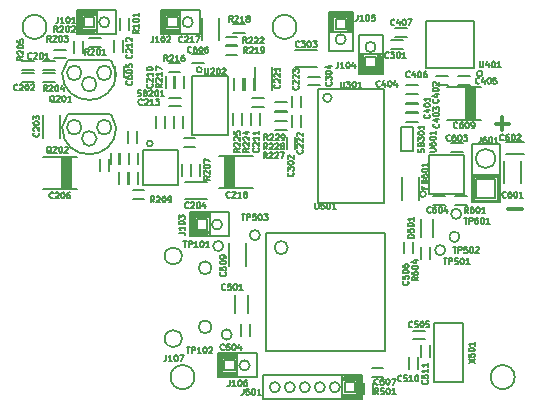
<source format=gto>
G04 (created by PCBNEW (2013-may-18)-stable) date Tue 15 Oct 2013 04:41:00 PM EDT*
%MOIN*%
G04 Gerber Fmt 3.4, Leading zero omitted, Abs format*
%FSLAX34Y34*%
G01*
G70*
G90*
G04 APERTURE LIST*
%ADD10C,0.00590551*%
%ADD11C,0.011811*%
%ADD12C,0.005*%
G04 APERTURE END LIST*
G54D10*
G54D11*
X64854Y-41158D02*
X64405Y-41158D01*
X64434Y-38322D02*
X63985Y-38322D01*
X64210Y-38547D02*
X64210Y-38097D01*
G54D10*
X49463Y-38037D02*
X49463Y-38785D01*
X48892Y-38037D02*
X48892Y-38785D01*
X55084Y-43054D02*
X55084Y-42306D01*
X55655Y-43054D02*
X55655Y-42306D01*
X58034Y-36435D02*
X57286Y-36435D01*
X58034Y-35864D02*
X57286Y-35864D01*
X64274Y-40314D02*
X64274Y-39566D01*
X64845Y-40314D02*
X64845Y-39566D01*
X54374Y-40825D02*
X53626Y-40825D01*
X54374Y-40254D02*
X53626Y-40254D01*
X56525Y-36445D02*
X56525Y-37193D01*
X55954Y-36445D02*
X55954Y-37193D01*
X54780Y-34800D02*
X54780Y-35548D01*
X54209Y-34800D02*
X54209Y-35548D01*
X61440Y-40115D02*
X61440Y-40863D01*
X60869Y-40115D02*
X60869Y-40863D01*
X64935Y-38923D02*
X64344Y-38923D01*
X64935Y-39336D02*
X64344Y-39336D01*
X61896Y-42085D02*
X61896Y-41494D01*
X61483Y-42085D02*
X61483Y-41494D01*
X55726Y-44625D02*
X55726Y-44034D01*
X55313Y-44625D02*
X55313Y-44034D01*
X62724Y-37034D02*
X63117Y-37034D01*
X62724Y-36739D02*
X63117Y-36739D01*
X61004Y-37316D02*
X61398Y-37316D01*
X61004Y-37021D02*
X61398Y-37021D01*
X62401Y-36742D02*
X62008Y-36742D01*
X62401Y-37037D02*
X62008Y-37037D01*
X61401Y-46502D02*
X61401Y-46109D01*
X61106Y-46502D02*
X61106Y-46109D01*
X61004Y-37631D02*
X61398Y-37631D01*
X61004Y-37336D02*
X61398Y-37336D01*
X61004Y-38261D02*
X61398Y-38261D01*
X61004Y-37966D02*
X61398Y-37966D01*
X61004Y-37946D02*
X61398Y-37946D01*
X61004Y-37651D02*
X61398Y-37651D01*
X58136Y-36752D02*
X57743Y-36752D01*
X58136Y-37047D02*
X57743Y-37047D01*
X60493Y-35837D02*
X60886Y-35837D01*
X60493Y-35542D02*
X60886Y-35542D01*
X57017Y-38768D02*
X57017Y-39161D01*
X57312Y-38768D02*
X57312Y-39161D01*
X59887Y-47346D02*
X59887Y-46953D01*
X59592Y-47346D02*
X59592Y-46953D01*
X63036Y-40742D02*
X62643Y-40742D01*
X63036Y-41037D02*
X62643Y-41037D01*
X53863Y-36297D02*
X54256Y-36297D01*
X53863Y-36002D02*
X54256Y-36002D01*
X51602Y-36776D02*
X51602Y-36383D01*
X51307Y-36776D02*
X51307Y-36383D01*
X62296Y-40742D02*
X61903Y-40742D01*
X62296Y-41037D02*
X61903Y-41037D01*
X62498Y-39257D02*
X62891Y-39257D01*
X62498Y-38962D02*
X62891Y-38962D01*
X61243Y-45512D02*
X61636Y-45512D01*
X61243Y-45217D02*
X61636Y-45217D01*
X60638Y-35432D02*
X61031Y-35432D01*
X60638Y-35137D02*
X61031Y-35137D01*
X61490Y-45713D02*
X61490Y-46106D01*
X61785Y-45713D02*
X61785Y-46106D01*
X51274Y-35527D02*
X51274Y-35921D01*
X51569Y-35527D02*
X51569Y-35921D01*
X61217Y-42646D02*
X61217Y-42253D01*
X60922Y-42646D02*
X60922Y-42253D01*
X55787Y-45406D02*
X55787Y-45013D01*
X55492Y-45406D02*
X55492Y-45013D01*
X60246Y-46457D02*
X59853Y-46457D01*
X60246Y-46752D02*
X59853Y-46752D01*
X48587Y-36639D02*
X48193Y-36639D01*
X48587Y-36935D02*
X48193Y-36935D01*
X56623Y-38217D02*
X57016Y-38217D01*
X56623Y-37922D02*
X57016Y-37922D01*
X56623Y-38532D02*
X57016Y-38532D01*
X56623Y-38237D02*
X57016Y-38237D01*
X55232Y-37973D02*
X55232Y-38366D01*
X55527Y-37973D02*
X55527Y-38366D01*
X53496Y-37452D02*
X53103Y-37452D01*
X53496Y-37747D02*
X53103Y-37747D01*
X53267Y-38456D02*
X53267Y-38063D01*
X52972Y-38456D02*
X52972Y-38063D01*
X53567Y-38456D02*
X53567Y-38063D01*
X53272Y-38456D02*
X53272Y-38063D01*
X52672Y-38063D02*
X52672Y-38456D01*
X52967Y-38063D02*
X52967Y-38456D01*
X52982Y-36723D02*
X52982Y-37116D01*
X53277Y-36723D02*
X53277Y-37116D01*
X53287Y-36723D02*
X53287Y-37116D01*
X53582Y-36723D02*
X53582Y-37116D01*
X53083Y-36587D02*
X53476Y-36587D01*
X53083Y-36292D02*
X53476Y-36292D01*
X55837Y-38366D02*
X55837Y-37973D01*
X55542Y-38366D02*
X55542Y-37973D01*
X48587Y-36246D02*
X48193Y-36246D01*
X48587Y-36541D02*
X48193Y-36541D01*
X48902Y-36541D02*
X49296Y-36541D01*
X48902Y-36246D02*
X49296Y-36246D01*
X49256Y-36147D02*
X49650Y-36147D01*
X49256Y-35852D02*
X49650Y-35852D01*
X51085Y-39884D02*
X51085Y-39491D01*
X50790Y-39884D02*
X50790Y-39491D01*
X55842Y-37973D02*
X55842Y-38366D01*
X56137Y-37973D02*
X56137Y-38366D01*
X52057Y-40341D02*
X52057Y-39948D01*
X51762Y-40341D02*
X51762Y-39948D01*
X51448Y-39947D02*
X51448Y-40340D01*
X51743Y-39947D02*
X51743Y-40340D01*
X52057Y-39676D02*
X52057Y-39283D01*
X51762Y-39676D02*
X51762Y-39283D01*
X51752Y-39676D02*
X51752Y-39283D01*
X51457Y-39676D02*
X51457Y-39283D01*
X51152Y-39283D02*
X51152Y-39676D01*
X51447Y-39283D02*
X51447Y-39676D01*
X51472Y-34793D02*
X51472Y-35186D01*
X51767Y-34793D02*
X51767Y-35186D01*
X55243Y-35307D02*
X55636Y-35307D01*
X55243Y-35012D02*
X55636Y-35012D01*
X55381Y-35417D02*
X54988Y-35417D01*
X55381Y-35712D02*
X54988Y-35712D01*
X56623Y-37902D02*
X57016Y-37902D01*
X56623Y-37607D02*
X57016Y-37607D01*
X57202Y-38048D02*
X57202Y-38441D01*
X57497Y-38048D02*
X57497Y-38441D01*
X57202Y-37388D02*
X57202Y-37781D01*
X57497Y-37388D02*
X57497Y-37781D01*
X55863Y-37757D02*
X56256Y-37757D01*
X55863Y-37462D02*
X56256Y-37462D01*
X55937Y-37186D02*
X55937Y-36793D01*
X55642Y-37186D02*
X55642Y-36793D01*
X55272Y-36793D02*
X55272Y-37186D01*
X55567Y-36793D02*
X55567Y-37186D01*
X54988Y-36017D02*
X55381Y-36017D01*
X54988Y-35722D02*
X55381Y-35722D01*
X51883Y-40842D02*
X52276Y-40842D01*
X51883Y-40547D02*
X52276Y-40547D01*
X49296Y-36639D02*
X48902Y-36639D01*
X49296Y-36935D02*
X48902Y-36935D01*
X49935Y-35566D02*
X49935Y-35960D01*
X50231Y-35566D02*
X50231Y-35960D01*
X53976Y-38804D02*
X53583Y-38804D01*
X53976Y-39099D02*
X53583Y-39099D01*
X51737Y-38573D02*
X51737Y-38966D01*
X52032Y-38573D02*
X52032Y-38966D01*
X53837Y-40072D02*
X53837Y-39679D01*
X53542Y-40072D02*
X53542Y-39679D01*
X53848Y-39679D02*
X53848Y-40072D01*
X54143Y-39679D02*
X54143Y-40072D01*
X50437Y-35753D02*
X50831Y-35753D01*
X50437Y-35458D02*
X50831Y-35458D01*
X61502Y-42433D02*
X61502Y-42826D01*
X61797Y-42433D02*
X61797Y-42826D01*
X58519Y-37455D02*
G75*
G03X58519Y-37455I-141J0D01*
G74*
G01*
X60267Y-37160D02*
X60267Y-40979D01*
X60267Y-40979D02*
X58062Y-40979D01*
X58062Y-40979D02*
X58062Y-37160D01*
X58062Y-37160D02*
X60267Y-37160D01*
X64052Y-40883D02*
X64052Y-40113D01*
X64092Y-40883D02*
X63202Y-40883D01*
X64072Y-40093D02*
X64072Y-40903D01*
X63252Y-40093D02*
X63252Y-40903D01*
X63202Y-40033D02*
X64102Y-40033D01*
X64102Y-40033D02*
X64102Y-40083D01*
X64102Y-40083D02*
X63202Y-40083D01*
X63202Y-40933D02*
X63202Y-39013D01*
X63202Y-39013D02*
X64122Y-39013D01*
X64122Y-39013D02*
X64122Y-40933D01*
X64122Y-40933D02*
X63202Y-40933D01*
X50690Y-35190D02*
X50190Y-35190D01*
X50190Y-34690D02*
X50690Y-34690D01*
X50690Y-34640D02*
X50190Y-34640D01*
X50190Y-34590D02*
X50690Y-34590D01*
X50690Y-35240D02*
X50190Y-35240D01*
X50190Y-35290D02*
X50640Y-35290D01*
X50190Y-34540D02*
X50190Y-35340D01*
X50090Y-35340D02*
X50090Y-34540D01*
X50690Y-34540D02*
X50690Y-35340D01*
X50140Y-34540D02*
X50140Y-35340D01*
X50040Y-34540D02*
X51340Y-34540D01*
X51340Y-34540D02*
X51340Y-35340D01*
X51340Y-35340D02*
X50040Y-35340D01*
X50040Y-35340D02*
X50040Y-34540D01*
X53469Y-35187D02*
X52969Y-35187D01*
X52969Y-34687D02*
X53469Y-34687D01*
X53469Y-34637D02*
X52969Y-34637D01*
X52969Y-34587D02*
X53469Y-34587D01*
X53469Y-35237D02*
X52969Y-35237D01*
X52969Y-35287D02*
X53419Y-35287D01*
X52969Y-34537D02*
X52969Y-35337D01*
X52869Y-35337D02*
X52869Y-34537D01*
X53469Y-34537D02*
X53469Y-35337D01*
X52919Y-34537D02*
X52919Y-35337D01*
X52819Y-34537D02*
X54119Y-34537D01*
X54119Y-34537D02*
X54119Y-35337D01*
X54119Y-35337D02*
X52819Y-35337D01*
X52819Y-35337D02*
X52819Y-34537D01*
X60066Y-36014D02*
X60066Y-36514D01*
X59566Y-36514D02*
X59566Y-36014D01*
X59516Y-36014D02*
X59516Y-36514D01*
X59466Y-36514D02*
X59466Y-36014D01*
X60116Y-36014D02*
X60116Y-36514D01*
X60166Y-36514D02*
X60166Y-36064D01*
X59416Y-36514D02*
X60216Y-36514D01*
X60216Y-36614D02*
X59416Y-36614D01*
X59416Y-36014D02*
X60216Y-36014D01*
X59416Y-36564D02*
X60216Y-36564D01*
X59416Y-36664D02*
X59416Y-35364D01*
X59416Y-35364D02*
X60216Y-35364D01*
X60216Y-35364D02*
X60216Y-36664D01*
X60216Y-36664D02*
X59416Y-36664D01*
X58570Y-35260D02*
X58570Y-34760D01*
X59070Y-34760D02*
X59070Y-35260D01*
X59120Y-35260D02*
X59120Y-34760D01*
X59170Y-34760D02*
X59170Y-35260D01*
X58520Y-35260D02*
X58520Y-34760D01*
X58470Y-34760D02*
X58470Y-35210D01*
X59220Y-34760D02*
X58420Y-34760D01*
X58420Y-34660D02*
X59220Y-34660D01*
X59220Y-35260D02*
X58420Y-35260D01*
X59220Y-34710D02*
X58420Y-34710D01*
X59220Y-34610D02*
X59220Y-35910D01*
X59220Y-35910D02*
X58420Y-35910D01*
X58420Y-35910D02*
X58420Y-34610D01*
X58420Y-34610D02*
X59220Y-34610D01*
X54450Y-41930D02*
X53950Y-41930D01*
X53950Y-41430D02*
X54450Y-41430D01*
X54450Y-41380D02*
X53950Y-41380D01*
X53950Y-41330D02*
X54450Y-41330D01*
X54450Y-41980D02*
X53950Y-41980D01*
X53950Y-42030D02*
X54400Y-42030D01*
X53950Y-41280D02*
X53950Y-42080D01*
X53850Y-42080D02*
X53850Y-41280D01*
X54450Y-41280D02*
X54450Y-42080D01*
X53900Y-41280D02*
X53900Y-42080D01*
X53800Y-41280D02*
X55100Y-41280D01*
X55100Y-41280D02*
X55100Y-42080D01*
X55100Y-42080D02*
X53800Y-42080D01*
X53800Y-42080D02*
X53800Y-41280D01*
X58875Y-46860D02*
X59375Y-46860D01*
X59375Y-47360D02*
X58875Y-47360D01*
X58875Y-47410D02*
X59375Y-47410D01*
X59375Y-47460D02*
X58875Y-47460D01*
X58875Y-46810D02*
X59375Y-46810D01*
X59375Y-46760D02*
X58925Y-46760D01*
X59375Y-47510D02*
X59375Y-46710D01*
X59475Y-46710D02*
X59475Y-47510D01*
X58875Y-47510D02*
X58875Y-46710D01*
X59425Y-47510D02*
X59425Y-46710D01*
X59525Y-47510D02*
X56225Y-47510D01*
X56225Y-47510D02*
X56225Y-46710D01*
X56225Y-46710D02*
X59525Y-46710D01*
X59525Y-46710D02*
X59525Y-47510D01*
X54192Y-36523D02*
G75*
G03X54192Y-36523I-88J0D01*
G74*
G01*
X55049Y-36720D02*
X53868Y-36720D01*
X53868Y-36720D02*
X53868Y-38689D01*
X53868Y-38689D02*
X55049Y-38689D01*
X55049Y-38689D02*
X55049Y-36720D01*
X52554Y-38982D02*
G75*
G03X52554Y-38982I-98J0D01*
G74*
G01*
X53400Y-39199D02*
X53400Y-40380D01*
X53400Y-40380D02*
X52219Y-40380D01*
X52219Y-40380D02*
X52219Y-39199D01*
X52219Y-39199D02*
X53400Y-39199D01*
X61221Y-38436D02*
X61221Y-39223D01*
X61221Y-39223D02*
X60828Y-39223D01*
X60828Y-39223D02*
X60828Y-38436D01*
X60828Y-38436D02*
X61221Y-38436D01*
X63105Y-38195D02*
X63105Y-37125D01*
X63105Y-37125D02*
X63055Y-37125D01*
X63055Y-37125D02*
X63055Y-38195D01*
X63055Y-38195D02*
X63005Y-38195D01*
X63005Y-38195D02*
X63005Y-37125D01*
X63155Y-38195D02*
X63155Y-37115D01*
X63155Y-37115D02*
X63205Y-37115D01*
X63205Y-37115D02*
X63205Y-38195D01*
X63205Y-38195D02*
X63255Y-38195D01*
X63255Y-38195D02*
X63255Y-37115D01*
X63255Y-37115D02*
X63305Y-37115D01*
X63305Y-37115D02*
X63305Y-38195D01*
X63505Y-38196D02*
X62364Y-38196D01*
X63505Y-37113D02*
X62364Y-37113D01*
X55170Y-39400D02*
X55170Y-40470D01*
X55170Y-40470D02*
X55220Y-40470D01*
X55220Y-40470D02*
X55220Y-39400D01*
X55220Y-39400D02*
X55270Y-39400D01*
X55270Y-39400D02*
X55270Y-40470D01*
X55120Y-39400D02*
X55120Y-40480D01*
X55120Y-40480D02*
X55070Y-40480D01*
X55070Y-40480D02*
X55070Y-39400D01*
X55070Y-39400D02*
X55020Y-39400D01*
X55020Y-39400D02*
X55020Y-40480D01*
X55020Y-40480D02*
X54970Y-40480D01*
X54970Y-40480D02*
X54970Y-39400D01*
X54769Y-39398D02*
X55910Y-39398D01*
X54769Y-40481D02*
X55910Y-40481D01*
X49630Y-40510D02*
X49630Y-39440D01*
X49630Y-39440D02*
X49580Y-39440D01*
X49580Y-39440D02*
X49580Y-40510D01*
X49580Y-40510D02*
X49530Y-40510D01*
X49530Y-40510D02*
X49530Y-39440D01*
X49680Y-40510D02*
X49680Y-39430D01*
X49680Y-39430D02*
X49730Y-39430D01*
X49730Y-39430D02*
X49730Y-40510D01*
X49730Y-40510D02*
X49780Y-40510D01*
X49780Y-40510D02*
X49780Y-39430D01*
X49780Y-39430D02*
X49830Y-39430D01*
X49830Y-39430D02*
X49830Y-40510D01*
X50030Y-40511D02*
X48889Y-40511D01*
X50030Y-39428D02*
X48889Y-39428D01*
X51157Y-36189D02*
X51339Y-36629D01*
X49727Y-36189D02*
X49536Y-36629D01*
X51339Y-36629D02*
G75*
G02X49536Y-36629I-901J0D01*
G74*
G01*
X51146Y-36189D02*
X49729Y-36189D01*
X51157Y-38000D02*
X51339Y-38440D01*
X49727Y-38000D02*
X49536Y-38440D01*
X51339Y-38440D02*
G75*
G02X49536Y-38440I-901J0D01*
G74*
G01*
X51146Y-38000D02*
X49729Y-38000D01*
X63253Y-36459D02*
X61679Y-36459D01*
X61679Y-36459D02*
X61679Y-34884D01*
X61679Y-34884D02*
X63253Y-34884D01*
X63253Y-34884D02*
X63253Y-36459D01*
X63549Y-36656D02*
G75*
G03X63549Y-36656I-98J0D01*
G74*
G01*
X57058Y-42453D02*
G75*
G03X57058Y-42453I-220J0D01*
G74*
G01*
X56346Y-41961D02*
X60283Y-41961D01*
X60283Y-41961D02*
X60283Y-45898D01*
X60283Y-45898D02*
X56346Y-45898D01*
X56346Y-45898D02*
X56346Y-41961D01*
X61661Y-40669D02*
G75*
G03X61661Y-40669I-98J0D01*
G74*
G01*
X61779Y-39350D02*
X62920Y-39350D01*
X62920Y-39350D02*
X62920Y-40649D01*
X62920Y-40649D02*
X61779Y-40649D01*
X61779Y-40649D02*
X61779Y-39350D01*
X55365Y-46625D02*
X54865Y-46625D01*
X54865Y-46125D02*
X55365Y-46125D01*
X55365Y-46075D02*
X54865Y-46075D01*
X54865Y-46025D02*
X55365Y-46025D01*
X55365Y-46675D02*
X54865Y-46675D01*
X54865Y-46725D02*
X55315Y-46725D01*
X54865Y-45975D02*
X54865Y-46775D01*
X54765Y-46775D02*
X54765Y-45975D01*
X55365Y-45975D02*
X55365Y-46775D01*
X54815Y-45975D02*
X54815Y-46775D01*
X54715Y-45975D02*
X56015Y-45975D01*
X56015Y-45975D02*
X56015Y-46775D01*
X56015Y-46775D02*
X54715Y-46775D01*
X54715Y-46775D02*
X54715Y-45975D01*
X62912Y-44965D02*
X62912Y-46934D01*
X62912Y-46934D02*
X61927Y-46934D01*
X61927Y-46934D02*
X61927Y-44965D01*
X61927Y-44965D02*
X62912Y-44965D01*
X54519Y-45094D02*
G75*
G03X54519Y-45094I-216J0D01*
G74*
G01*
X53525Y-45488D02*
G75*
G03X53525Y-45488I-285J0D01*
G74*
G01*
X53525Y-42732D02*
G75*
G03X53525Y-42732I-285J0D01*
G74*
G01*
X54519Y-43126D02*
G75*
G03X54519Y-43126I-216J0D01*
G74*
G01*
X63972Y-39483D02*
G75*
G03X63972Y-39483I-320J0D01*
G74*
G01*
X63331Y-40162D02*
X63331Y-40803D01*
X63972Y-40803D01*
X63972Y-40162D01*
X63331Y-40162D01*
X51110Y-34940D02*
G75*
G03X51110Y-34940I-170J0D01*
G74*
G01*
X50269Y-34769D02*
X50269Y-35110D01*
X50610Y-35110D01*
X50610Y-34769D01*
X50269Y-34769D01*
X53889Y-34937D02*
G75*
G03X53889Y-34937I-170J0D01*
G74*
G01*
X53048Y-34766D02*
X53048Y-35107D01*
X53389Y-35107D01*
X53389Y-34766D01*
X53048Y-34766D01*
X59986Y-35764D02*
G75*
G03X59986Y-35764I-170J0D01*
G74*
G01*
X59645Y-36093D02*
X59645Y-36434D01*
X59986Y-36434D01*
X59986Y-36093D01*
X59645Y-36093D01*
X58990Y-35510D02*
G75*
G03X58990Y-35510I-170J0D01*
G74*
G01*
X58649Y-34839D02*
X58649Y-35180D01*
X58990Y-35180D01*
X58990Y-34839D01*
X58649Y-34839D01*
X54870Y-41680D02*
G75*
G03X54870Y-41680I-170J0D01*
G74*
G01*
X54029Y-41509D02*
X54029Y-41850D01*
X54370Y-41850D01*
X54370Y-41509D01*
X54029Y-41509D01*
X56795Y-47110D02*
G75*
G03X56795Y-47110I-170J0D01*
G74*
G01*
X57295Y-47110D02*
G75*
G03X57295Y-47110I-170J0D01*
G74*
G01*
X58295Y-47110D02*
G75*
G03X58295Y-47110I-170J0D01*
G74*
G01*
X57795Y-47110D02*
G75*
G03X57795Y-47110I-170J0D01*
G74*
G01*
X58795Y-47110D02*
G75*
G03X58795Y-47110I-170J0D01*
G74*
G01*
X58954Y-46939D02*
X58954Y-47280D01*
X59295Y-47280D01*
X59295Y-46939D01*
X58954Y-46939D01*
X50683Y-37003D02*
G75*
G03X50683Y-37003I-245J0D01*
G74*
G01*
X50183Y-36629D02*
G75*
G03X50183Y-36629I-245J0D01*
G74*
G01*
X51183Y-36629D02*
G75*
G03X51183Y-36629I-245J0D01*
G74*
G01*
X50683Y-38814D02*
G75*
G03X50683Y-38814I-245J0D01*
G74*
G01*
X50183Y-38440D02*
G75*
G03X50183Y-38440I-245J0D01*
G74*
G01*
X51183Y-38440D02*
G75*
G03X51183Y-38440I-245J0D01*
G74*
G01*
X56130Y-42040D02*
G75*
G03X56130Y-42040I-170J0D01*
G74*
G01*
X62308Y-42538D02*
G75*
G03X62308Y-42538I-170J0D01*
G74*
G01*
X55190Y-45350D02*
G75*
G03X55190Y-45350I-170J0D01*
G74*
G01*
X54910Y-42400D02*
G75*
G03X54910Y-42400I-170J0D01*
G74*
G01*
X62784Y-42094D02*
G75*
G03X62784Y-42094I-170J0D01*
G74*
G01*
X62840Y-41328D02*
G75*
G03X62840Y-41328I-170J0D01*
G74*
G01*
X55785Y-46375D02*
G75*
G03X55785Y-46375I-170J0D01*
G74*
G01*
X54944Y-46204D02*
X54944Y-46545D01*
X55285Y-46545D01*
X55285Y-46204D01*
X54944Y-46204D01*
X64620Y-46768D02*
G75*
G03X64620Y-46768I-400J0D01*
G74*
G01*
X57348Y-35096D02*
G75*
G03X57348Y-35096I-400J0D01*
G74*
G01*
X49014Y-35096D02*
G75*
G03X49014Y-35096I-400J0D01*
G74*
G01*
X53950Y-46768D02*
G75*
G03X53950Y-46768I-400J0D01*
G74*
G01*
G54D12*
X48756Y-38628D02*
X48766Y-38638D01*
X48775Y-38666D01*
X48775Y-38685D01*
X48766Y-38714D01*
X48747Y-38733D01*
X48728Y-38743D01*
X48690Y-38752D01*
X48661Y-38752D01*
X48623Y-38743D01*
X48604Y-38733D01*
X48585Y-38714D01*
X48575Y-38685D01*
X48575Y-38666D01*
X48585Y-38638D01*
X48595Y-38628D01*
X48595Y-38552D02*
X48585Y-38543D01*
X48575Y-38524D01*
X48575Y-38476D01*
X48585Y-38457D01*
X48595Y-38447D01*
X48614Y-38438D01*
X48633Y-38438D01*
X48661Y-38447D01*
X48775Y-38562D01*
X48775Y-38438D01*
X48575Y-38314D02*
X48575Y-38295D01*
X48585Y-38276D01*
X48595Y-38266D01*
X48614Y-38257D01*
X48652Y-38247D01*
X48699Y-38247D01*
X48737Y-38257D01*
X48756Y-38266D01*
X48766Y-38276D01*
X48775Y-38295D01*
X48775Y-38314D01*
X48766Y-38333D01*
X48756Y-38343D01*
X48737Y-38352D01*
X48699Y-38362D01*
X48652Y-38362D01*
X48614Y-38352D01*
X48595Y-38343D01*
X48585Y-38333D01*
X48575Y-38314D01*
X48575Y-38181D02*
X48575Y-38057D01*
X48652Y-38124D01*
X48652Y-38095D01*
X48661Y-38076D01*
X48671Y-38066D01*
X48690Y-38057D01*
X48737Y-38057D01*
X48756Y-38066D01*
X48766Y-38076D01*
X48775Y-38095D01*
X48775Y-38152D01*
X48766Y-38171D01*
X48756Y-38181D01*
X54981Y-43273D02*
X54991Y-43283D01*
X55000Y-43311D01*
X55000Y-43330D01*
X54991Y-43359D01*
X54972Y-43378D01*
X54953Y-43388D01*
X54915Y-43397D01*
X54886Y-43397D01*
X54848Y-43388D01*
X54829Y-43378D01*
X54810Y-43359D01*
X54800Y-43330D01*
X54800Y-43311D01*
X54810Y-43283D01*
X54820Y-43273D01*
X54800Y-43092D02*
X54800Y-43188D01*
X54896Y-43197D01*
X54886Y-43188D01*
X54877Y-43169D01*
X54877Y-43121D01*
X54886Y-43102D01*
X54896Y-43092D01*
X54915Y-43083D01*
X54962Y-43083D01*
X54981Y-43092D01*
X54991Y-43102D01*
X55000Y-43121D01*
X55000Y-43169D01*
X54991Y-43188D01*
X54981Y-43197D01*
X54800Y-42959D02*
X54800Y-42940D01*
X54810Y-42921D01*
X54820Y-42911D01*
X54839Y-42902D01*
X54877Y-42892D01*
X54924Y-42892D01*
X54962Y-42902D01*
X54981Y-42911D01*
X54991Y-42921D01*
X55000Y-42940D01*
X55000Y-42959D01*
X54991Y-42978D01*
X54981Y-42988D01*
X54962Y-42997D01*
X54924Y-43007D01*
X54877Y-43007D01*
X54839Y-42997D01*
X54820Y-42988D01*
X54810Y-42978D01*
X54800Y-42959D01*
X55000Y-42797D02*
X55000Y-42759D01*
X54991Y-42740D01*
X54981Y-42730D01*
X54953Y-42711D01*
X54915Y-42702D01*
X54839Y-42702D01*
X54820Y-42711D01*
X54810Y-42721D01*
X54800Y-42740D01*
X54800Y-42778D01*
X54810Y-42797D01*
X54820Y-42807D01*
X54839Y-42816D01*
X54886Y-42816D01*
X54905Y-42807D01*
X54915Y-42797D01*
X54924Y-42778D01*
X54924Y-42740D01*
X54915Y-42721D01*
X54905Y-42711D01*
X54886Y-42702D01*
X57446Y-35751D02*
X57436Y-35761D01*
X57408Y-35770D01*
X57389Y-35770D01*
X57360Y-35761D01*
X57341Y-35742D01*
X57331Y-35723D01*
X57322Y-35685D01*
X57322Y-35656D01*
X57331Y-35618D01*
X57341Y-35599D01*
X57360Y-35580D01*
X57389Y-35570D01*
X57408Y-35570D01*
X57436Y-35580D01*
X57446Y-35590D01*
X57512Y-35570D02*
X57636Y-35570D01*
X57569Y-35647D01*
X57598Y-35647D01*
X57617Y-35656D01*
X57627Y-35666D01*
X57636Y-35685D01*
X57636Y-35732D01*
X57627Y-35751D01*
X57617Y-35761D01*
X57598Y-35770D01*
X57541Y-35770D01*
X57522Y-35761D01*
X57512Y-35751D01*
X57760Y-35570D02*
X57779Y-35570D01*
X57798Y-35580D01*
X57808Y-35590D01*
X57817Y-35609D01*
X57827Y-35647D01*
X57827Y-35694D01*
X57817Y-35732D01*
X57808Y-35751D01*
X57798Y-35761D01*
X57779Y-35770D01*
X57760Y-35770D01*
X57741Y-35761D01*
X57731Y-35751D01*
X57722Y-35732D01*
X57712Y-35694D01*
X57712Y-35647D01*
X57722Y-35609D01*
X57731Y-35590D01*
X57741Y-35580D01*
X57760Y-35570D01*
X57893Y-35570D02*
X58017Y-35570D01*
X57950Y-35647D01*
X57979Y-35647D01*
X57998Y-35656D01*
X58008Y-35666D01*
X58017Y-35685D01*
X58017Y-35732D01*
X58008Y-35751D01*
X57998Y-35761D01*
X57979Y-35770D01*
X57922Y-35770D01*
X57903Y-35761D01*
X57893Y-35751D01*
X64331Y-40766D02*
X64321Y-40776D01*
X64293Y-40785D01*
X64274Y-40785D01*
X64245Y-40776D01*
X64226Y-40757D01*
X64216Y-40738D01*
X64207Y-40700D01*
X64207Y-40671D01*
X64216Y-40633D01*
X64226Y-40614D01*
X64245Y-40595D01*
X64274Y-40585D01*
X64293Y-40585D01*
X64321Y-40595D01*
X64331Y-40605D01*
X64502Y-40585D02*
X64464Y-40585D01*
X64445Y-40595D01*
X64435Y-40605D01*
X64416Y-40633D01*
X64407Y-40671D01*
X64407Y-40747D01*
X64416Y-40766D01*
X64426Y-40776D01*
X64445Y-40785D01*
X64483Y-40785D01*
X64502Y-40776D01*
X64512Y-40766D01*
X64521Y-40747D01*
X64521Y-40700D01*
X64512Y-40681D01*
X64502Y-40671D01*
X64483Y-40662D01*
X64445Y-40662D01*
X64426Y-40671D01*
X64416Y-40681D01*
X64407Y-40700D01*
X64645Y-40585D02*
X64664Y-40585D01*
X64683Y-40595D01*
X64693Y-40605D01*
X64702Y-40624D01*
X64712Y-40662D01*
X64712Y-40709D01*
X64702Y-40747D01*
X64693Y-40766D01*
X64683Y-40776D01*
X64664Y-40785D01*
X64645Y-40785D01*
X64626Y-40776D01*
X64616Y-40766D01*
X64607Y-40747D01*
X64597Y-40709D01*
X64597Y-40662D01*
X64607Y-40624D01*
X64616Y-40605D01*
X64626Y-40595D01*
X64645Y-40585D01*
X64902Y-40785D02*
X64788Y-40785D01*
X64845Y-40785D02*
X64845Y-40585D01*
X64826Y-40614D01*
X64807Y-40633D01*
X64788Y-40643D01*
X53756Y-41116D02*
X53746Y-41126D01*
X53718Y-41135D01*
X53699Y-41135D01*
X53670Y-41126D01*
X53651Y-41107D01*
X53641Y-41088D01*
X53632Y-41050D01*
X53632Y-41021D01*
X53641Y-40983D01*
X53651Y-40964D01*
X53670Y-40945D01*
X53699Y-40935D01*
X53718Y-40935D01*
X53746Y-40945D01*
X53756Y-40955D01*
X53832Y-40955D02*
X53841Y-40945D01*
X53860Y-40935D01*
X53908Y-40935D01*
X53927Y-40945D01*
X53937Y-40955D01*
X53946Y-40974D01*
X53946Y-40993D01*
X53937Y-41021D01*
X53822Y-41135D01*
X53946Y-41135D01*
X54070Y-40935D02*
X54089Y-40935D01*
X54108Y-40945D01*
X54118Y-40955D01*
X54127Y-40974D01*
X54137Y-41012D01*
X54137Y-41059D01*
X54127Y-41097D01*
X54118Y-41116D01*
X54108Y-41126D01*
X54089Y-41135D01*
X54070Y-41135D01*
X54051Y-41126D01*
X54041Y-41116D01*
X54032Y-41097D01*
X54022Y-41059D01*
X54022Y-41012D01*
X54032Y-40974D01*
X54041Y-40955D01*
X54051Y-40945D01*
X54070Y-40935D01*
X54308Y-41002D02*
X54308Y-41135D01*
X54260Y-40926D02*
X54213Y-41069D01*
X54337Y-41069D01*
X56785Y-37021D02*
X56795Y-37031D01*
X56804Y-37059D01*
X56804Y-37078D01*
X56795Y-37107D01*
X56776Y-37126D01*
X56757Y-37136D01*
X56719Y-37145D01*
X56690Y-37145D01*
X56652Y-37136D01*
X56633Y-37126D01*
X56614Y-37107D01*
X56604Y-37078D01*
X56604Y-37059D01*
X56614Y-37031D01*
X56624Y-37021D01*
X56624Y-36945D02*
X56614Y-36936D01*
X56604Y-36917D01*
X56604Y-36869D01*
X56614Y-36850D01*
X56624Y-36840D01*
X56643Y-36831D01*
X56662Y-36831D01*
X56690Y-36840D01*
X56804Y-36955D01*
X56804Y-36831D01*
X56624Y-36755D02*
X56614Y-36745D01*
X56604Y-36726D01*
X56604Y-36678D01*
X56614Y-36659D01*
X56624Y-36650D01*
X56643Y-36640D01*
X56662Y-36640D01*
X56690Y-36650D01*
X56804Y-36764D01*
X56804Y-36640D01*
X56804Y-36450D02*
X56804Y-36564D01*
X56804Y-36507D02*
X56604Y-36507D01*
X56633Y-36526D01*
X56652Y-36545D01*
X56662Y-36564D01*
X53546Y-35591D02*
X53536Y-35601D01*
X53508Y-35610D01*
X53489Y-35610D01*
X53460Y-35601D01*
X53441Y-35582D01*
X53431Y-35563D01*
X53422Y-35525D01*
X53422Y-35496D01*
X53431Y-35458D01*
X53441Y-35439D01*
X53460Y-35420D01*
X53489Y-35410D01*
X53508Y-35410D01*
X53536Y-35420D01*
X53546Y-35430D01*
X53622Y-35430D02*
X53631Y-35420D01*
X53650Y-35410D01*
X53698Y-35410D01*
X53717Y-35420D01*
X53727Y-35430D01*
X53736Y-35449D01*
X53736Y-35468D01*
X53727Y-35496D01*
X53612Y-35610D01*
X53736Y-35610D01*
X53927Y-35610D02*
X53812Y-35610D01*
X53870Y-35610D02*
X53870Y-35410D01*
X53850Y-35439D01*
X53831Y-35458D01*
X53812Y-35468D01*
X53993Y-35410D02*
X54127Y-35410D01*
X54041Y-35610D01*
X61612Y-40417D02*
X61612Y-40483D01*
X61716Y-40483D02*
X61516Y-40483D01*
X61516Y-40388D01*
X61612Y-40245D02*
X61621Y-40217D01*
X61631Y-40207D01*
X61650Y-40198D01*
X61678Y-40198D01*
X61697Y-40207D01*
X61707Y-40217D01*
X61716Y-40236D01*
X61716Y-40312D01*
X61516Y-40312D01*
X61516Y-40245D01*
X61526Y-40226D01*
X61536Y-40217D01*
X61555Y-40207D01*
X61574Y-40207D01*
X61593Y-40217D01*
X61602Y-40226D01*
X61612Y-40245D01*
X61612Y-40312D01*
X61516Y-40026D02*
X61516Y-40064D01*
X61526Y-40083D01*
X61536Y-40093D01*
X61564Y-40112D01*
X61602Y-40121D01*
X61678Y-40121D01*
X61697Y-40112D01*
X61707Y-40102D01*
X61716Y-40083D01*
X61716Y-40045D01*
X61707Y-40026D01*
X61697Y-40017D01*
X61678Y-40007D01*
X61631Y-40007D01*
X61612Y-40017D01*
X61602Y-40026D01*
X61593Y-40045D01*
X61593Y-40083D01*
X61602Y-40102D01*
X61612Y-40112D01*
X61631Y-40121D01*
X61516Y-39883D02*
X61516Y-39864D01*
X61526Y-39845D01*
X61536Y-39836D01*
X61555Y-39826D01*
X61593Y-39817D01*
X61640Y-39817D01*
X61678Y-39826D01*
X61697Y-39836D01*
X61707Y-39845D01*
X61716Y-39864D01*
X61716Y-39883D01*
X61707Y-39902D01*
X61697Y-39912D01*
X61678Y-39921D01*
X61640Y-39931D01*
X61593Y-39931D01*
X61555Y-39921D01*
X61536Y-39912D01*
X61526Y-39902D01*
X61516Y-39883D01*
X61716Y-39626D02*
X61716Y-39740D01*
X61716Y-39683D02*
X61516Y-39683D01*
X61545Y-39702D01*
X61564Y-39721D01*
X61574Y-39740D01*
X64251Y-38861D02*
X64241Y-38871D01*
X64213Y-38880D01*
X64194Y-38880D01*
X64165Y-38871D01*
X64146Y-38852D01*
X64136Y-38833D01*
X64127Y-38795D01*
X64127Y-38766D01*
X64136Y-38728D01*
X64146Y-38709D01*
X64165Y-38690D01*
X64194Y-38680D01*
X64213Y-38680D01*
X64241Y-38690D01*
X64251Y-38700D01*
X64422Y-38680D02*
X64384Y-38680D01*
X64365Y-38690D01*
X64355Y-38700D01*
X64336Y-38728D01*
X64327Y-38766D01*
X64327Y-38842D01*
X64336Y-38861D01*
X64346Y-38871D01*
X64365Y-38880D01*
X64403Y-38880D01*
X64422Y-38871D01*
X64432Y-38861D01*
X64441Y-38842D01*
X64441Y-38795D01*
X64432Y-38776D01*
X64422Y-38766D01*
X64403Y-38757D01*
X64365Y-38757D01*
X64346Y-38766D01*
X64336Y-38776D01*
X64327Y-38795D01*
X64565Y-38680D02*
X64584Y-38680D01*
X64603Y-38690D01*
X64613Y-38700D01*
X64622Y-38719D01*
X64632Y-38757D01*
X64632Y-38804D01*
X64622Y-38842D01*
X64613Y-38861D01*
X64603Y-38871D01*
X64584Y-38880D01*
X64565Y-38880D01*
X64546Y-38871D01*
X64536Y-38861D01*
X64527Y-38842D01*
X64517Y-38804D01*
X64517Y-38757D01*
X64527Y-38719D01*
X64536Y-38700D01*
X64546Y-38690D01*
X64565Y-38680D01*
X64708Y-38700D02*
X64717Y-38690D01*
X64736Y-38680D01*
X64784Y-38680D01*
X64803Y-38690D01*
X64813Y-38700D01*
X64822Y-38719D01*
X64822Y-38738D01*
X64813Y-38766D01*
X64698Y-38880D01*
X64822Y-38880D01*
X61259Y-42128D02*
X61059Y-42128D01*
X61059Y-42080D01*
X61068Y-42051D01*
X61087Y-42032D01*
X61106Y-42023D01*
X61144Y-42013D01*
X61173Y-42013D01*
X61211Y-42023D01*
X61230Y-42032D01*
X61249Y-42051D01*
X61259Y-42080D01*
X61259Y-42128D01*
X61059Y-41832D02*
X61059Y-41928D01*
X61154Y-41937D01*
X61144Y-41928D01*
X61135Y-41909D01*
X61135Y-41861D01*
X61144Y-41842D01*
X61154Y-41832D01*
X61173Y-41823D01*
X61221Y-41823D01*
X61240Y-41832D01*
X61249Y-41842D01*
X61259Y-41861D01*
X61259Y-41909D01*
X61249Y-41928D01*
X61240Y-41937D01*
X61059Y-41699D02*
X61059Y-41680D01*
X61068Y-41661D01*
X61078Y-41651D01*
X61097Y-41642D01*
X61135Y-41632D01*
X61182Y-41632D01*
X61221Y-41642D01*
X61240Y-41651D01*
X61249Y-41661D01*
X61259Y-41680D01*
X61259Y-41699D01*
X61249Y-41718D01*
X61240Y-41728D01*
X61221Y-41737D01*
X61182Y-41747D01*
X61135Y-41747D01*
X61097Y-41737D01*
X61078Y-41728D01*
X61068Y-41718D01*
X61059Y-41699D01*
X61259Y-41442D02*
X61259Y-41556D01*
X61259Y-41499D02*
X61059Y-41499D01*
X61087Y-41518D01*
X61106Y-41537D01*
X61116Y-41556D01*
X54981Y-43841D02*
X54971Y-43851D01*
X54943Y-43860D01*
X54924Y-43860D01*
X54895Y-43851D01*
X54876Y-43832D01*
X54866Y-43813D01*
X54857Y-43775D01*
X54857Y-43746D01*
X54866Y-43708D01*
X54876Y-43689D01*
X54895Y-43670D01*
X54924Y-43660D01*
X54943Y-43660D01*
X54971Y-43670D01*
X54981Y-43680D01*
X55162Y-43660D02*
X55066Y-43660D01*
X55057Y-43756D01*
X55066Y-43746D01*
X55085Y-43737D01*
X55133Y-43737D01*
X55152Y-43746D01*
X55162Y-43756D01*
X55171Y-43775D01*
X55171Y-43822D01*
X55162Y-43841D01*
X55152Y-43851D01*
X55133Y-43860D01*
X55085Y-43860D01*
X55066Y-43851D01*
X55057Y-43841D01*
X55295Y-43660D02*
X55314Y-43660D01*
X55333Y-43670D01*
X55343Y-43680D01*
X55352Y-43699D01*
X55362Y-43737D01*
X55362Y-43784D01*
X55352Y-43822D01*
X55343Y-43841D01*
X55333Y-43851D01*
X55314Y-43860D01*
X55295Y-43860D01*
X55276Y-43851D01*
X55266Y-43841D01*
X55257Y-43822D01*
X55247Y-43784D01*
X55247Y-43737D01*
X55257Y-43699D01*
X55266Y-43680D01*
X55276Y-43670D01*
X55295Y-43660D01*
X55552Y-43860D02*
X55438Y-43860D01*
X55495Y-43860D02*
X55495Y-43660D01*
X55476Y-43689D01*
X55457Y-43708D01*
X55438Y-43718D01*
X63446Y-36971D02*
X63436Y-36981D01*
X63408Y-36990D01*
X63389Y-36990D01*
X63360Y-36981D01*
X63341Y-36962D01*
X63331Y-36943D01*
X63322Y-36905D01*
X63322Y-36876D01*
X63331Y-36838D01*
X63341Y-36819D01*
X63360Y-36800D01*
X63389Y-36790D01*
X63408Y-36790D01*
X63436Y-36800D01*
X63446Y-36810D01*
X63617Y-36857D02*
X63617Y-36990D01*
X63569Y-36781D02*
X63522Y-36924D01*
X63646Y-36924D01*
X63760Y-36790D02*
X63779Y-36790D01*
X63798Y-36800D01*
X63808Y-36810D01*
X63817Y-36829D01*
X63827Y-36867D01*
X63827Y-36914D01*
X63817Y-36952D01*
X63808Y-36971D01*
X63798Y-36981D01*
X63779Y-36990D01*
X63760Y-36990D01*
X63741Y-36981D01*
X63731Y-36971D01*
X63722Y-36952D01*
X63712Y-36914D01*
X63712Y-36867D01*
X63722Y-36829D01*
X63731Y-36810D01*
X63741Y-36800D01*
X63760Y-36790D01*
X64008Y-36790D02*
X63912Y-36790D01*
X63903Y-36886D01*
X63912Y-36876D01*
X63931Y-36867D01*
X63979Y-36867D01*
X63998Y-36876D01*
X64008Y-36886D01*
X64017Y-36905D01*
X64017Y-36952D01*
X64008Y-36971D01*
X63998Y-36981D01*
X63979Y-36990D01*
X63931Y-36990D01*
X63912Y-36981D01*
X63903Y-36971D01*
X60136Y-37071D02*
X60126Y-37081D01*
X60098Y-37090D01*
X60079Y-37090D01*
X60050Y-37081D01*
X60031Y-37062D01*
X60021Y-37043D01*
X60012Y-37005D01*
X60012Y-36976D01*
X60021Y-36938D01*
X60031Y-36919D01*
X60050Y-36900D01*
X60079Y-36890D01*
X60098Y-36890D01*
X60126Y-36900D01*
X60136Y-36910D01*
X60307Y-36957D02*
X60307Y-37090D01*
X60259Y-36881D02*
X60212Y-37024D01*
X60336Y-37024D01*
X60450Y-36890D02*
X60469Y-36890D01*
X60488Y-36900D01*
X60498Y-36910D01*
X60507Y-36929D01*
X60517Y-36967D01*
X60517Y-37014D01*
X60507Y-37052D01*
X60498Y-37071D01*
X60488Y-37081D01*
X60469Y-37090D01*
X60450Y-37090D01*
X60431Y-37081D01*
X60421Y-37071D01*
X60412Y-37052D01*
X60402Y-37014D01*
X60402Y-36967D01*
X60412Y-36929D01*
X60421Y-36910D01*
X60431Y-36900D01*
X60450Y-36890D01*
X60688Y-36957D02*
X60688Y-37090D01*
X60640Y-36881D02*
X60593Y-37024D01*
X60717Y-37024D01*
X61126Y-36761D02*
X61116Y-36771D01*
X61088Y-36780D01*
X61069Y-36780D01*
X61040Y-36771D01*
X61021Y-36752D01*
X61011Y-36733D01*
X61002Y-36695D01*
X61002Y-36666D01*
X61011Y-36628D01*
X61021Y-36609D01*
X61040Y-36590D01*
X61069Y-36580D01*
X61088Y-36580D01*
X61116Y-36590D01*
X61126Y-36600D01*
X61297Y-36647D02*
X61297Y-36780D01*
X61249Y-36571D02*
X61202Y-36714D01*
X61326Y-36714D01*
X61440Y-36580D02*
X61459Y-36580D01*
X61478Y-36590D01*
X61488Y-36600D01*
X61497Y-36619D01*
X61507Y-36657D01*
X61507Y-36704D01*
X61497Y-36742D01*
X61488Y-36761D01*
X61478Y-36771D01*
X61459Y-36780D01*
X61440Y-36780D01*
X61421Y-36771D01*
X61411Y-36761D01*
X61402Y-36742D01*
X61392Y-36704D01*
X61392Y-36657D01*
X61402Y-36619D01*
X61411Y-36600D01*
X61421Y-36590D01*
X61440Y-36580D01*
X61678Y-36580D02*
X61640Y-36580D01*
X61621Y-36590D01*
X61611Y-36600D01*
X61592Y-36628D01*
X61583Y-36666D01*
X61583Y-36742D01*
X61592Y-36761D01*
X61602Y-36771D01*
X61621Y-36780D01*
X61659Y-36780D01*
X61678Y-36771D01*
X61688Y-36761D01*
X61697Y-36742D01*
X61697Y-36695D01*
X61688Y-36676D01*
X61678Y-36666D01*
X61659Y-36657D01*
X61621Y-36657D01*
X61602Y-36666D01*
X61592Y-36676D01*
X61583Y-36695D01*
X60842Y-46889D02*
X60832Y-46899D01*
X60804Y-46908D01*
X60785Y-46908D01*
X60756Y-46899D01*
X60737Y-46880D01*
X60727Y-46861D01*
X60718Y-46823D01*
X60718Y-46794D01*
X60727Y-46756D01*
X60737Y-46737D01*
X60756Y-46718D01*
X60785Y-46708D01*
X60804Y-46708D01*
X60832Y-46718D01*
X60842Y-46728D01*
X61023Y-46708D02*
X60927Y-46708D01*
X60918Y-46804D01*
X60927Y-46794D01*
X60946Y-46785D01*
X60994Y-46785D01*
X61013Y-46794D01*
X61023Y-46804D01*
X61032Y-46823D01*
X61032Y-46870D01*
X61023Y-46889D01*
X61013Y-46899D01*
X60994Y-46908D01*
X60946Y-46908D01*
X60927Y-46899D01*
X60918Y-46889D01*
X61223Y-46908D02*
X61108Y-46908D01*
X61166Y-46908D02*
X61166Y-46708D01*
X61146Y-46737D01*
X61127Y-46756D01*
X61108Y-46766D01*
X61346Y-46708D02*
X61366Y-46708D01*
X61385Y-46718D01*
X61394Y-46728D01*
X61404Y-46747D01*
X61413Y-46785D01*
X61413Y-46832D01*
X61404Y-46870D01*
X61394Y-46889D01*
X61385Y-46899D01*
X61366Y-46908D01*
X61346Y-46908D01*
X61327Y-46899D01*
X61318Y-46889D01*
X61308Y-46870D01*
X61299Y-46832D01*
X61299Y-46785D01*
X61308Y-46747D01*
X61318Y-46728D01*
X61327Y-46718D01*
X61346Y-46708D01*
X62066Y-37508D02*
X62076Y-37518D01*
X62085Y-37546D01*
X62085Y-37565D01*
X62076Y-37594D01*
X62057Y-37613D01*
X62038Y-37623D01*
X62000Y-37632D01*
X61971Y-37632D01*
X61933Y-37623D01*
X61914Y-37613D01*
X61895Y-37594D01*
X61885Y-37565D01*
X61885Y-37546D01*
X61895Y-37518D01*
X61905Y-37508D01*
X61952Y-37337D02*
X62085Y-37337D01*
X61876Y-37385D02*
X62019Y-37432D01*
X62019Y-37308D01*
X61885Y-37194D02*
X61885Y-37175D01*
X61895Y-37156D01*
X61905Y-37146D01*
X61924Y-37137D01*
X61962Y-37127D01*
X62009Y-37127D01*
X62047Y-37137D01*
X62066Y-37146D01*
X62076Y-37156D01*
X62085Y-37175D01*
X62085Y-37194D01*
X62076Y-37213D01*
X62066Y-37223D01*
X62047Y-37232D01*
X62009Y-37242D01*
X61962Y-37242D01*
X61924Y-37232D01*
X61905Y-37223D01*
X61895Y-37213D01*
X61885Y-37194D01*
X61905Y-37051D02*
X61895Y-37042D01*
X61885Y-37023D01*
X61885Y-36975D01*
X61895Y-36956D01*
X61905Y-36946D01*
X61924Y-36937D01*
X61943Y-36937D01*
X61971Y-36946D01*
X62085Y-37061D01*
X62085Y-36937D01*
X62086Y-38333D02*
X62096Y-38343D01*
X62105Y-38371D01*
X62105Y-38390D01*
X62096Y-38419D01*
X62077Y-38438D01*
X62058Y-38448D01*
X62020Y-38457D01*
X61991Y-38457D01*
X61953Y-38448D01*
X61934Y-38438D01*
X61915Y-38419D01*
X61905Y-38390D01*
X61905Y-38371D01*
X61915Y-38343D01*
X61925Y-38333D01*
X61972Y-38162D02*
X62105Y-38162D01*
X61896Y-38210D02*
X62039Y-38257D01*
X62039Y-38133D01*
X61905Y-38019D02*
X61905Y-38000D01*
X61915Y-37981D01*
X61925Y-37971D01*
X61944Y-37962D01*
X61982Y-37952D01*
X62029Y-37952D01*
X62067Y-37962D01*
X62086Y-37971D01*
X62096Y-37981D01*
X62105Y-38000D01*
X62105Y-38019D01*
X62096Y-38038D01*
X62086Y-38048D01*
X62067Y-38057D01*
X62029Y-38067D01*
X61982Y-38067D01*
X61944Y-38057D01*
X61925Y-38048D01*
X61915Y-38038D01*
X61905Y-38019D01*
X61905Y-37886D02*
X61905Y-37762D01*
X61982Y-37829D01*
X61982Y-37800D01*
X61991Y-37781D01*
X62001Y-37771D01*
X62020Y-37762D01*
X62067Y-37762D01*
X62086Y-37771D01*
X62096Y-37781D01*
X62105Y-37800D01*
X62105Y-37857D01*
X62096Y-37876D01*
X62086Y-37886D01*
X61781Y-38023D02*
X61791Y-38033D01*
X61800Y-38061D01*
X61800Y-38080D01*
X61791Y-38109D01*
X61772Y-38128D01*
X61753Y-38138D01*
X61715Y-38147D01*
X61686Y-38147D01*
X61648Y-38138D01*
X61629Y-38128D01*
X61610Y-38109D01*
X61600Y-38080D01*
X61600Y-38061D01*
X61610Y-38033D01*
X61620Y-38023D01*
X61667Y-37852D02*
X61800Y-37852D01*
X61591Y-37900D02*
X61734Y-37947D01*
X61734Y-37823D01*
X61600Y-37709D02*
X61600Y-37690D01*
X61610Y-37671D01*
X61620Y-37661D01*
X61639Y-37652D01*
X61677Y-37642D01*
X61724Y-37642D01*
X61762Y-37652D01*
X61781Y-37661D01*
X61791Y-37671D01*
X61800Y-37690D01*
X61800Y-37709D01*
X61791Y-37728D01*
X61781Y-37738D01*
X61762Y-37747D01*
X61724Y-37757D01*
X61677Y-37757D01*
X61639Y-37747D01*
X61620Y-37738D01*
X61610Y-37728D01*
X61600Y-37709D01*
X61800Y-37452D02*
X61800Y-37566D01*
X61800Y-37509D02*
X61600Y-37509D01*
X61629Y-37528D01*
X61648Y-37547D01*
X61658Y-37566D01*
X58501Y-36938D02*
X58511Y-36948D01*
X58520Y-36976D01*
X58520Y-36995D01*
X58511Y-37024D01*
X58492Y-37043D01*
X58473Y-37053D01*
X58435Y-37062D01*
X58406Y-37062D01*
X58368Y-37053D01*
X58349Y-37043D01*
X58330Y-37024D01*
X58320Y-36995D01*
X58320Y-36976D01*
X58330Y-36948D01*
X58340Y-36938D01*
X58320Y-36872D02*
X58320Y-36748D01*
X58397Y-36815D01*
X58397Y-36786D01*
X58406Y-36767D01*
X58416Y-36757D01*
X58435Y-36748D01*
X58482Y-36748D01*
X58501Y-36757D01*
X58511Y-36767D01*
X58520Y-36786D01*
X58520Y-36843D01*
X58511Y-36862D01*
X58501Y-36872D01*
X58320Y-36624D02*
X58320Y-36605D01*
X58330Y-36586D01*
X58340Y-36576D01*
X58359Y-36567D01*
X58397Y-36557D01*
X58444Y-36557D01*
X58482Y-36567D01*
X58501Y-36576D01*
X58511Y-36586D01*
X58520Y-36605D01*
X58520Y-36624D01*
X58511Y-36643D01*
X58501Y-36653D01*
X58482Y-36662D01*
X58444Y-36672D01*
X58397Y-36672D01*
X58359Y-36662D01*
X58340Y-36653D01*
X58330Y-36643D01*
X58320Y-36624D01*
X58387Y-36386D02*
X58520Y-36386D01*
X58311Y-36434D02*
X58454Y-36481D01*
X58454Y-36357D01*
X60421Y-36111D02*
X60411Y-36121D01*
X60383Y-36130D01*
X60364Y-36130D01*
X60335Y-36121D01*
X60316Y-36102D01*
X60306Y-36083D01*
X60297Y-36045D01*
X60297Y-36016D01*
X60306Y-35978D01*
X60316Y-35959D01*
X60335Y-35940D01*
X60364Y-35930D01*
X60383Y-35930D01*
X60411Y-35940D01*
X60421Y-35950D01*
X60487Y-35930D02*
X60611Y-35930D01*
X60544Y-36007D01*
X60573Y-36007D01*
X60592Y-36016D01*
X60602Y-36026D01*
X60611Y-36045D01*
X60611Y-36092D01*
X60602Y-36111D01*
X60592Y-36121D01*
X60573Y-36130D01*
X60516Y-36130D01*
X60497Y-36121D01*
X60487Y-36111D01*
X60735Y-35930D02*
X60754Y-35930D01*
X60773Y-35940D01*
X60783Y-35950D01*
X60792Y-35969D01*
X60802Y-36007D01*
X60802Y-36054D01*
X60792Y-36092D01*
X60783Y-36111D01*
X60773Y-36121D01*
X60754Y-36130D01*
X60735Y-36130D01*
X60716Y-36121D01*
X60706Y-36111D01*
X60697Y-36092D01*
X60687Y-36054D01*
X60687Y-36007D01*
X60697Y-35969D01*
X60706Y-35950D01*
X60716Y-35940D01*
X60735Y-35930D01*
X60992Y-36130D02*
X60878Y-36130D01*
X60935Y-36130D02*
X60935Y-35930D01*
X60916Y-35959D01*
X60897Y-35978D01*
X60878Y-35988D01*
X57231Y-39953D02*
X57241Y-39963D01*
X57250Y-39991D01*
X57250Y-40010D01*
X57241Y-40039D01*
X57222Y-40058D01*
X57203Y-40068D01*
X57165Y-40077D01*
X57136Y-40077D01*
X57098Y-40068D01*
X57079Y-40058D01*
X57060Y-40039D01*
X57050Y-40010D01*
X57050Y-39991D01*
X57060Y-39963D01*
X57070Y-39953D01*
X57050Y-39887D02*
X57050Y-39763D01*
X57127Y-39830D01*
X57127Y-39801D01*
X57136Y-39782D01*
X57146Y-39772D01*
X57165Y-39763D01*
X57212Y-39763D01*
X57231Y-39772D01*
X57241Y-39782D01*
X57250Y-39801D01*
X57250Y-39858D01*
X57241Y-39877D01*
X57231Y-39887D01*
X57050Y-39639D02*
X57050Y-39620D01*
X57060Y-39601D01*
X57070Y-39591D01*
X57089Y-39582D01*
X57127Y-39572D01*
X57174Y-39572D01*
X57212Y-39582D01*
X57231Y-39591D01*
X57241Y-39601D01*
X57250Y-39620D01*
X57250Y-39639D01*
X57241Y-39658D01*
X57231Y-39668D01*
X57212Y-39677D01*
X57174Y-39687D01*
X57127Y-39687D01*
X57089Y-39677D01*
X57070Y-39668D01*
X57060Y-39658D01*
X57050Y-39639D01*
X57070Y-39496D02*
X57060Y-39487D01*
X57050Y-39468D01*
X57050Y-39420D01*
X57060Y-39401D01*
X57070Y-39391D01*
X57089Y-39382D01*
X57108Y-39382D01*
X57136Y-39391D01*
X57250Y-39506D01*
X57250Y-39382D01*
X60081Y-47340D02*
X60014Y-47245D01*
X59966Y-47340D02*
X59966Y-47140D01*
X60043Y-47140D01*
X60062Y-47150D01*
X60071Y-47160D01*
X60081Y-47179D01*
X60081Y-47207D01*
X60071Y-47226D01*
X60062Y-47236D01*
X60043Y-47245D01*
X59966Y-47245D01*
X60262Y-47140D02*
X60166Y-47140D01*
X60157Y-47236D01*
X60166Y-47226D01*
X60185Y-47217D01*
X60233Y-47217D01*
X60252Y-47226D01*
X60262Y-47236D01*
X60271Y-47255D01*
X60271Y-47302D01*
X60262Y-47321D01*
X60252Y-47331D01*
X60233Y-47340D01*
X60185Y-47340D01*
X60166Y-47331D01*
X60157Y-47321D01*
X60395Y-47140D02*
X60414Y-47140D01*
X60433Y-47150D01*
X60443Y-47160D01*
X60452Y-47179D01*
X60462Y-47217D01*
X60462Y-47264D01*
X60452Y-47302D01*
X60443Y-47321D01*
X60433Y-47331D01*
X60414Y-47340D01*
X60395Y-47340D01*
X60376Y-47331D01*
X60366Y-47321D01*
X60357Y-47302D01*
X60347Y-47264D01*
X60347Y-47217D01*
X60357Y-47179D01*
X60366Y-47160D01*
X60376Y-47150D01*
X60395Y-47140D01*
X60652Y-47340D02*
X60538Y-47340D01*
X60595Y-47340D02*
X60595Y-47140D01*
X60576Y-47169D01*
X60557Y-47188D01*
X60538Y-47198D01*
X63076Y-41295D02*
X63009Y-41200D01*
X62961Y-41295D02*
X62961Y-41095D01*
X63038Y-41095D01*
X63057Y-41105D01*
X63066Y-41115D01*
X63076Y-41134D01*
X63076Y-41162D01*
X63066Y-41181D01*
X63057Y-41191D01*
X63038Y-41200D01*
X62961Y-41200D01*
X63247Y-41095D02*
X63209Y-41095D01*
X63190Y-41105D01*
X63180Y-41115D01*
X63161Y-41143D01*
X63152Y-41181D01*
X63152Y-41257D01*
X63161Y-41276D01*
X63171Y-41286D01*
X63190Y-41295D01*
X63228Y-41295D01*
X63247Y-41286D01*
X63257Y-41276D01*
X63266Y-41257D01*
X63266Y-41210D01*
X63257Y-41191D01*
X63247Y-41181D01*
X63228Y-41172D01*
X63190Y-41172D01*
X63171Y-41181D01*
X63161Y-41191D01*
X63152Y-41210D01*
X63390Y-41095D02*
X63409Y-41095D01*
X63428Y-41105D01*
X63438Y-41115D01*
X63447Y-41134D01*
X63457Y-41172D01*
X63457Y-41219D01*
X63447Y-41257D01*
X63438Y-41276D01*
X63428Y-41286D01*
X63409Y-41295D01*
X63390Y-41295D01*
X63371Y-41286D01*
X63361Y-41276D01*
X63352Y-41257D01*
X63342Y-41219D01*
X63342Y-41172D01*
X63352Y-41134D01*
X63361Y-41115D01*
X63371Y-41105D01*
X63390Y-41095D01*
X63647Y-41295D02*
X63533Y-41295D01*
X63590Y-41295D02*
X63590Y-41095D01*
X63571Y-41124D01*
X63552Y-41143D01*
X63533Y-41153D01*
X53841Y-35931D02*
X53831Y-35941D01*
X53803Y-35950D01*
X53784Y-35950D01*
X53755Y-35941D01*
X53736Y-35922D01*
X53726Y-35903D01*
X53717Y-35865D01*
X53717Y-35836D01*
X53726Y-35798D01*
X53736Y-35779D01*
X53755Y-35760D01*
X53784Y-35750D01*
X53803Y-35750D01*
X53831Y-35760D01*
X53841Y-35770D01*
X54012Y-35750D02*
X53974Y-35750D01*
X53955Y-35760D01*
X53945Y-35770D01*
X53926Y-35798D01*
X53917Y-35836D01*
X53917Y-35912D01*
X53926Y-35931D01*
X53936Y-35941D01*
X53955Y-35950D01*
X53993Y-35950D01*
X54012Y-35941D01*
X54022Y-35931D01*
X54031Y-35912D01*
X54031Y-35865D01*
X54022Y-35846D01*
X54012Y-35836D01*
X53993Y-35827D01*
X53955Y-35827D01*
X53936Y-35836D01*
X53926Y-35846D01*
X53917Y-35865D01*
X54155Y-35750D02*
X54174Y-35750D01*
X54193Y-35760D01*
X54203Y-35770D01*
X54212Y-35789D01*
X54222Y-35827D01*
X54222Y-35874D01*
X54212Y-35912D01*
X54203Y-35931D01*
X54193Y-35941D01*
X54174Y-35950D01*
X54155Y-35950D01*
X54136Y-35941D01*
X54126Y-35931D01*
X54117Y-35912D01*
X54107Y-35874D01*
X54107Y-35827D01*
X54117Y-35789D01*
X54126Y-35770D01*
X54136Y-35760D01*
X54155Y-35750D01*
X54393Y-35750D02*
X54355Y-35750D01*
X54336Y-35760D01*
X54326Y-35770D01*
X54307Y-35798D01*
X54298Y-35836D01*
X54298Y-35912D01*
X54307Y-35931D01*
X54317Y-35941D01*
X54336Y-35950D01*
X54374Y-35950D01*
X54393Y-35941D01*
X54403Y-35931D01*
X54412Y-35912D01*
X54412Y-35865D01*
X54403Y-35846D01*
X54393Y-35836D01*
X54374Y-35827D01*
X54336Y-35827D01*
X54317Y-35836D01*
X54307Y-35846D01*
X54298Y-35865D01*
X51851Y-36903D02*
X51861Y-36913D01*
X51870Y-36941D01*
X51870Y-36960D01*
X51861Y-36989D01*
X51842Y-37008D01*
X51823Y-37018D01*
X51785Y-37027D01*
X51756Y-37027D01*
X51718Y-37018D01*
X51699Y-37008D01*
X51680Y-36989D01*
X51670Y-36960D01*
X51670Y-36941D01*
X51680Y-36913D01*
X51690Y-36903D01*
X51670Y-36732D02*
X51670Y-36770D01*
X51680Y-36789D01*
X51690Y-36799D01*
X51718Y-36818D01*
X51756Y-36827D01*
X51832Y-36827D01*
X51851Y-36818D01*
X51861Y-36808D01*
X51870Y-36789D01*
X51870Y-36751D01*
X51861Y-36732D01*
X51851Y-36722D01*
X51832Y-36713D01*
X51785Y-36713D01*
X51766Y-36722D01*
X51756Y-36732D01*
X51747Y-36751D01*
X51747Y-36789D01*
X51756Y-36808D01*
X51766Y-36818D01*
X51785Y-36827D01*
X51670Y-36589D02*
X51670Y-36570D01*
X51680Y-36551D01*
X51690Y-36541D01*
X51709Y-36532D01*
X51747Y-36522D01*
X51794Y-36522D01*
X51832Y-36532D01*
X51851Y-36541D01*
X51861Y-36551D01*
X51870Y-36570D01*
X51870Y-36589D01*
X51861Y-36608D01*
X51851Y-36618D01*
X51832Y-36627D01*
X51794Y-36637D01*
X51747Y-36637D01*
X51709Y-36627D01*
X51690Y-36618D01*
X51680Y-36608D01*
X51670Y-36589D01*
X51670Y-36341D02*
X51670Y-36437D01*
X51766Y-36446D01*
X51756Y-36437D01*
X51747Y-36418D01*
X51747Y-36370D01*
X51756Y-36351D01*
X51766Y-36341D01*
X51785Y-36332D01*
X51832Y-36332D01*
X51851Y-36341D01*
X51861Y-36351D01*
X51870Y-36370D01*
X51870Y-36418D01*
X51861Y-36437D01*
X51851Y-36446D01*
X61821Y-41271D02*
X61811Y-41281D01*
X61783Y-41290D01*
X61764Y-41290D01*
X61735Y-41281D01*
X61716Y-41262D01*
X61706Y-41243D01*
X61697Y-41205D01*
X61697Y-41176D01*
X61706Y-41138D01*
X61716Y-41119D01*
X61735Y-41100D01*
X61764Y-41090D01*
X61783Y-41090D01*
X61811Y-41100D01*
X61821Y-41110D01*
X61992Y-41090D02*
X61954Y-41090D01*
X61935Y-41100D01*
X61925Y-41110D01*
X61906Y-41138D01*
X61897Y-41176D01*
X61897Y-41252D01*
X61906Y-41271D01*
X61916Y-41281D01*
X61935Y-41290D01*
X61973Y-41290D01*
X61992Y-41281D01*
X62002Y-41271D01*
X62011Y-41252D01*
X62011Y-41205D01*
X62002Y-41186D01*
X61992Y-41176D01*
X61973Y-41167D01*
X61935Y-41167D01*
X61916Y-41176D01*
X61906Y-41186D01*
X61897Y-41205D01*
X62135Y-41090D02*
X62154Y-41090D01*
X62173Y-41100D01*
X62183Y-41110D01*
X62192Y-41129D01*
X62202Y-41167D01*
X62202Y-41214D01*
X62192Y-41252D01*
X62183Y-41271D01*
X62173Y-41281D01*
X62154Y-41290D01*
X62135Y-41290D01*
X62116Y-41281D01*
X62106Y-41271D01*
X62097Y-41252D01*
X62087Y-41214D01*
X62087Y-41167D01*
X62097Y-41129D01*
X62106Y-41110D01*
X62116Y-41100D01*
X62135Y-41090D01*
X62373Y-41157D02*
X62373Y-41290D01*
X62325Y-41081D02*
X62278Y-41224D01*
X62402Y-41224D01*
X62471Y-38876D02*
X62461Y-38886D01*
X62433Y-38895D01*
X62414Y-38895D01*
X62385Y-38886D01*
X62366Y-38867D01*
X62356Y-38848D01*
X62347Y-38810D01*
X62347Y-38781D01*
X62356Y-38743D01*
X62366Y-38724D01*
X62385Y-38705D01*
X62414Y-38695D01*
X62433Y-38695D01*
X62461Y-38705D01*
X62471Y-38715D01*
X62642Y-38695D02*
X62604Y-38695D01*
X62585Y-38705D01*
X62575Y-38715D01*
X62556Y-38743D01*
X62547Y-38781D01*
X62547Y-38857D01*
X62556Y-38876D01*
X62566Y-38886D01*
X62585Y-38895D01*
X62623Y-38895D01*
X62642Y-38886D01*
X62652Y-38876D01*
X62661Y-38857D01*
X62661Y-38810D01*
X62652Y-38791D01*
X62642Y-38781D01*
X62623Y-38772D01*
X62585Y-38772D01*
X62566Y-38781D01*
X62556Y-38791D01*
X62547Y-38810D01*
X62785Y-38695D02*
X62804Y-38695D01*
X62823Y-38705D01*
X62833Y-38715D01*
X62842Y-38734D01*
X62852Y-38772D01*
X62852Y-38819D01*
X62842Y-38857D01*
X62833Y-38876D01*
X62823Y-38886D01*
X62804Y-38895D01*
X62785Y-38895D01*
X62766Y-38886D01*
X62756Y-38876D01*
X62747Y-38857D01*
X62737Y-38819D01*
X62737Y-38772D01*
X62747Y-38734D01*
X62756Y-38715D01*
X62766Y-38705D01*
X62785Y-38695D01*
X62918Y-38695D02*
X63042Y-38695D01*
X62975Y-38772D01*
X63004Y-38772D01*
X63023Y-38781D01*
X63033Y-38791D01*
X63042Y-38810D01*
X63042Y-38857D01*
X63033Y-38876D01*
X63023Y-38886D01*
X63004Y-38895D01*
X62947Y-38895D01*
X62928Y-38886D01*
X62918Y-38876D01*
X61210Y-45095D02*
X61200Y-45105D01*
X61172Y-45114D01*
X61153Y-45114D01*
X61124Y-45105D01*
X61105Y-45086D01*
X61095Y-45067D01*
X61086Y-45029D01*
X61086Y-45000D01*
X61095Y-44962D01*
X61105Y-44943D01*
X61124Y-44924D01*
X61153Y-44914D01*
X61172Y-44914D01*
X61200Y-44924D01*
X61210Y-44934D01*
X61391Y-44914D02*
X61295Y-44914D01*
X61286Y-45010D01*
X61295Y-45000D01*
X61314Y-44991D01*
X61362Y-44991D01*
X61381Y-45000D01*
X61391Y-45010D01*
X61400Y-45029D01*
X61400Y-45076D01*
X61391Y-45095D01*
X61381Y-45105D01*
X61362Y-45114D01*
X61314Y-45114D01*
X61295Y-45105D01*
X61286Y-45095D01*
X61524Y-44914D02*
X61543Y-44914D01*
X61562Y-44924D01*
X61572Y-44934D01*
X61581Y-44953D01*
X61591Y-44991D01*
X61591Y-45038D01*
X61581Y-45076D01*
X61572Y-45095D01*
X61562Y-45105D01*
X61543Y-45114D01*
X61524Y-45114D01*
X61505Y-45105D01*
X61495Y-45095D01*
X61486Y-45076D01*
X61476Y-45038D01*
X61476Y-44991D01*
X61486Y-44953D01*
X61495Y-44934D01*
X61505Y-44924D01*
X61524Y-44914D01*
X61772Y-44914D02*
X61676Y-44914D01*
X61667Y-45010D01*
X61676Y-45000D01*
X61695Y-44991D01*
X61743Y-44991D01*
X61762Y-45000D01*
X61772Y-45010D01*
X61781Y-45029D01*
X61781Y-45076D01*
X61772Y-45095D01*
X61762Y-45105D01*
X61743Y-45114D01*
X61695Y-45114D01*
X61676Y-45105D01*
X61667Y-45095D01*
X60611Y-35021D02*
X60601Y-35031D01*
X60573Y-35040D01*
X60554Y-35040D01*
X60525Y-35031D01*
X60506Y-35012D01*
X60496Y-34993D01*
X60487Y-34955D01*
X60487Y-34926D01*
X60496Y-34888D01*
X60506Y-34869D01*
X60525Y-34850D01*
X60554Y-34840D01*
X60573Y-34840D01*
X60601Y-34850D01*
X60611Y-34860D01*
X60782Y-34907D02*
X60782Y-35040D01*
X60734Y-34831D02*
X60687Y-34974D01*
X60811Y-34974D01*
X60925Y-34840D02*
X60944Y-34840D01*
X60963Y-34850D01*
X60973Y-34860D01*
X60982Y-34879D01*
X60992Y-34917D01*
X60992Y-34964D01*
X60982Y-35002D01*
X60973Y-35021D01*
X60963Y-35031D01*
X60944Y-35040D01*
X60925Y-35040D01*
X60906Y-35031D01*
X60896Y-35021D01*
X60887Y-35002D01*
X60877Y-34964D01*
X60877Y-34917D01*
X60887Y-34879D01*
X60896Y-34860D01*
X60906Y-34850D01*
X60925Y-34840D01*
X61058Y-34840D02*
X61192Y-34840D01*
X61106Y-35040D01*
X61711Y-46879D02*
X61721Y-46889D01*
X61730Y-46917D01*
X61730Y-46936D01*
X61721Y-46965D01*
X61702Y-46984D01*
X61683Y-46994D01*
X61645Y-47003D01*
X61616Y-47003D01*
X61578Y-46994D01*
X61559Y-46984D01*
X61540Y-46965D01*
X61530Y-46936D01*
X61530Y-46917D01*
X61540Y-46889D01*
X61550Y-46879D01*
X61530Y-46698D02*
X61530Y-46794D01*
X61626Y-46803D01*
X61616Y-46794D01*
X61607Y-46775D01*
X61607Y-46727D01*
X61616Y-46708D01*
X61626Y-46698D01*
X61645Y-46689D01*
X61692Y-46689D01*
X61711Y-46698D01*
X61721Y-46708D01*
X61730Y-46727D01*
X61730Y-46775D01*
X61721Y-46794D01*
X61711Y-46803D01*
X61730Y-46498D02*
X61730Y-46613D01*
X61730Y-46556D02*
X61530Y-46556D01*
X61559Y-46575D01*
X61578Y-46594D01*
X61588Y-46613D01*
X61730Y-46308D02*
X61730Y-46422D01*
X61730Y-46365D02*
X61530Y-46365D01*
X61559Y-46384D01*
X61578Y-46403D01*
X61588Y-46422D01*
X51851Y-36023D02*
X51861Y-36033D01*
X51870Y-36061D01*
X51870Y-36080D01*
X51861Y-36109D01*
X51842Y-36128D01*
X51823Y-36138D01*
X51785Y-36147D01*
X51756Y-36147D01*
X51718Y-36138D01*
X51699Y-36128D01*
X51680Y-36109D01*
X51670Y-36080D01*
X51670Y-36061D01*
X51680Y-36033D01*
X51690Y-36023D01*
X51690Y-35947D02*
X51680Y-35938D01*
X51670Y-35919D01*
X51670Y-35871D01*
X51680Y-35852D01*
X51690Y-35842D01*
X51709Y-35833D01*
X51728Y-35833D01*
X51756Y-35842D01*
X51870Y-35957D01*
X51870Y-35833D01*
X51870Y-35642D02*
X51870Y-35757D01*
X51870Y-35700D02*
X51670Y-35700D01*
X51699Y-35719D01*
X51718Y-35738D01*
X51728Y-35757D01*
X51690Y-35566D02*
X51680Y-35557D01*
X51670Y-35538D01*
X51670Y-35490D01*
X51680Y-35471D01*
X51690Y-35461D01*
X51709Y-35452D01*
X51728Y-35452D01*
X51756Y-35461D01*
X51870Y-35576D01*
X51870Y-35452D01*
X61063Y-43577D02*
X61073Y-43587D01*
X61082Y-43615D01*
X61082Y-43634D01*
X61073Y-43663D01*
X61054Y-43682D01*
X61035Y-43692D01*
X60997Y-43701D01*
X60968Y-43701D01*
X60930Y-43692D01*
X60911Y-43682D01*
X60892Y-43663D01*
X60882Y-43634D01*
X60882Y-43615D01*
X60892Y-43587D01*
X60902Y-43577D01*
X60882Y-43396D02*
X60882Y-43492D01*
X60978Y-43501D01*
X60968Y-43492D01*
X60959Y-43473D01*
X60959Y-43425D01*
X60968Y-43406D01*
X60978Y-43396D01*
X60997Y-43387D01*
X61044Y-43387D01*
X61063Y-43396D01*
X61073Y-43406D01*
X61082Y-43425D01*
X61082Y-43473D01*
X61073Y-43492D01*
X61063Y-43501D01*
X60882Y-43263D02*
X60882Y-43244D01*
X60892Y-43225D01*
X60902Y-43215D01*
X60921Y-43206D01*
X60959Y-43196D01*
X61006Y-43196D01*
X61044Y-43206D01*
X61063Y-43215D01*
X61073Y-43225D01*
X61082Y-43244D01*
X61082Y-43263D01*
X61073Y-43282D01*
X61063Y-43292D01*
X61044Y-43301D01*
X61006Y-43311D01*
X60959Y-43311D01*
X60921Y-43301D01*
X60902Y-43292D01*
X60892Y-43282D01*
X60882Y-43263D01*
X60882Y-43025D02*
X60882Y-43063D01*
X60892Y-43082D01*
X60902Y-43092D01*
X60930Y-43111D01*
X60968Y-43120D01*
X61044Y-43120D01*
X61063Y-43111D01*
X61073Y-43101D01*
X61082Y-43082D01*
X61082Y-43044D01*
X61073Y-43025D01*
X61063Y-43015D01*
X61044Y-43006D01*
X60997Y-43006D01*
X60978Y-43015D01*
X60968Y-43025D01*
X60959Y-43044D01*
X60959Y-43082D01*
X60968Y-43101D01*
X60978Y-43111D01*
X60997Y-43120D01*
X54936Y-45846D02*
X54926Y-45856D01*
X54898Y-45865D01*
X54879Y-45865D01*
X54850Y-45856D01*
X54831Y-45837D01*
X54821Y-45818D01*
X54812Y-45780D01*
X54812Y-45751D01*
X54821Y-45713D01*
X54831Y-45694D01*
X54850Y-45675D01*
X54879Y-45665D01*
X54898Y-45665D01*
X54926Y-45675D01*
X54936Y-45685D01*
X55117Y-45665D02*
X55021Y-45665D01*
X55012Y-45761D01*
X55021Y-45751D01*
X55040Y-45742D01*
X55088Y-45742D01*
X55107Y-45751D01*
X55117Y-45761D01*
X55126Y-45780D01*
X55126Y-45827D01*
X55117Y-45846D01*
X55107Y-45856D01*
X55088Y-45865D01*
X55040Y-45865D01*
X55021Y-45856D01*
X55012Y-45846D01*
X55250Y-45665D02*
X55269Y-45665D01*
X55288Y-45675D01*
X55298Y-45685D01*
X55307Y-45704D01*
X55317Y-45742D01*
X55317Y-45789D01*
X55307Y-45827D01*
X55298Y-45846D01*
X55288Y-45856D01*
X55269Y-45865D01*
X55250Y-45865D01*
X55231Y-45856D01*
X55221Y-45846D01*
X55212Y-45827D01*
X55202Y-45789D01*
X55202Y-45742D01*
X55212Y-45704D01*
X55221Y-45685D01*
X55231Y-45675D01*
X55250Y-45665D01*
X55488Y-45732D02*
X55488Y-45865D01*
X55440Y-45656D02*
X55393Y-45799D01*
X55517Y-45799D01*
X60072Y-47001D02*
X60062Y-47011D01*
X60034Y-47020D01*
X60015Y-47020D01*
X59986Y-47011D01*
X59967Y-46992D01*
X59957Y-46973D01*
X59948Y-46935D01*
X59948Y-46906D01*
X59957Y-46868D01*
X59967Y-46849D01*
X59986Y-46830D01*
X60015Y-46820D01*
X60034Y-46820D01*
X60062Y-46830D01*
X60072Y-46840D01*
X60253Y-46820D02*
X60157Y-46820D01*
X60148Y-46916D01*
X60157Y-46906D01*
X60176Y-46897D01*
X60224Y-46897D01*
X60243Y-46906D01*
X60253Y-46916D01*
X60262Y-46935D01*
X60262Y-46982D01*
X60253Y-47001D01*
X60243Y-47011D01*
X60224Y-47020D01*
X60176Y-47020D01*
X60157Y-47011D01*
X60148Y-47001D01*
X60386Y-46820D02*
X60405Y-46820D01*
X60424Y-46830D01*
X60434Y-46840D01*
X60443Y-46859D01*
X60453Y-46897D01*
X60453Y-46944D01*
X60443Y-46982D01*
X60434Y-47001D01*
X60424Y-47011D01*
X60405Y-47020D01*
X60386Y-47020D01*
X60367Y-47011D01*
X60357Y-47001D01*
X60348Y-46982D01*
X60338Y-46944D01*
X60338Y-46897D01*
X60348Y-46859D01*
X60357Y-46840D01*
X60367Y-46830D01*
X60386Y-46820D01*
X60519Y-46820D02*
X60653Y-46820D01*
X60567Y-47020D01*
X48041Y-37191D02*
X48031Y-37201D01*
X48003Y-37210D01*
X47984Y-37210D01*
X47955Y-37201D01*
X47936Y-37182D01*
X47926Y-37163D01*
X47917Y-37125D01*
X47917Y-37096D01*
X47926Y-37058D01*
X47936Y-37039D01*
X47955Y-37020D01*
X47984Y-37010D01*
X48003Y-37010D01*
X48031Y-37020D01*
X48041Y-37030D01*
X48117Y-37030D02*
X48126Y-37020D01*
X48145Y-37010D01*
X48193Y-37010D01*
X48212Y-37020D01*
X48222Y-37030D01*
X48231Y-37049D01*
X48231Y-37068D01*
X48222Y-37096D01*
X48107Y-37210D01*
X48231Y-37210D01*
X48355Y-37010D02*
X48374Y-37010D01*
X48393Y-37020D01*
X48403Y-37030D01*
X48412Y-37049D01*
X48422Y-37087D01*
X48422Y-37134D01*
X48412Y-37172D01*
X48403Y-37191D01*
X48393Y-37201D01*
X48374Y-37210D01*
X48355Y-37210D01*
X48336Y-37201D01*
X48326Y-37191D01*
X48317Y-37172D01*
X48307Y-37134D01*
X48307Y-37087D01*
X48317Y-37049D01*
X48326Y-37030D01*
X48336Y-37020D01*
X48355Y-37010D01*
X48498Y-37030D02*
X48507Y-37020D01*
X48526Y-37010D01*
X48574Y-37010D01*
X48593Y-37020D01*
X48603Y-37030D01*
X48612Y-37049D01*
X48612Y-37068D01*
X48603Y-37096D01*
X48488Y-37210D01*
X48612Y-37210D01*
X56371Y-39180D02*
X56304Y-39085D01*
X56256Y-39180D02*
X56256Y-38980D01*
X56333Y-38980D01*
X56352Y-38990D01*
X56361Y-39000D01*
X56371Y-39019D01*
X56371Y-39047D01*
X56361Y-39066D01*
X56352Y-39076D01*
X56333Y-39085D01*
X56256Y-39085D01*
X56447Y-39000D02*
X56456Y-38990D01*
X56475Y-38980D01*
X56523Y-38980D01*
X56542Y-38990D01*
X56552Y-39000D01*
X56561Y-39019D01*
X56561Y-39038D01*
X56552Y-39066D01*
X56437Y-39180D01*
X56561Y-39180D01*
X56637Y-39000D02*
X56647Y-38990D01*
X56666Y-38980D01*
X56714Y-38980D01*
X56733Y-38990D01*
X56742Y-39000D01*
X56752Y-39019D01*
X56752Y-39038D01*
X56742Y-39066D01*
X56628Y-39180D01*
X56752Y-39180D01*
X56866Y-39066D02*
X56847Y-39057D01*
X56837Y-39047D01*
X56828Y-39028D01*
X56828Y-39019D01*
X56837Y-39000D01*
X56847Y-38990D01*
X56866Y-38980D01*
X56904Y-38980D01*
X56923Y-38990D01*
X56933Y-39000D01*
X56942Y-39019D01*
X56942Y-39028D01*
X56933Y-39047D01*
X56923Y-39057D01*
X56904Y-39066D01*
X56866Y-39066D01*
X56847Y-39076D01*
X56837Y-39085D01*
X56828Y-39104D01*
X56828Y-39142D01*
X56837Y-39161D01*
X56847Y-39171D01*
X56866Y-39180D01*
X56904Y-39180D01*
X56923Y-39171D01*
X56933Y-39161D01*
X56942Y-39142D01*
X56942Y-39104D01*
X56933Y-39085D01*
X56923Y-39076D01*
X56904Y-39066D01*
X56366Y-39475D02*
X56299Y-39380D01*
X56251Y-39475D02*
X56251Y-39275D01*
X56328Y-39275D01*
X56347Y-39285D01*
X56356Y-39295D01*
X56366Y-39314D01*
X56366Y-39342D01*
X56356Y-39361D01*
X56347Y-39371D01*
X56328Y-39380D01*
X56251Y-39380D01*
X56442Y-39295D02*
X56451Y-39285D01*
X56470Y-39275D01*
X56518Y-39275D01*
X56537Y-39285D01*
X56547Y-39295D01*
X56556Y-39314D01*
X56556Y-39333D01*
X56547Y-39361D01*
X56432Y-39475D01*
X56556Y-39475D01*
X56632Y-39295D02*
X56642Y-39285D01*
X56661Y-39275D01*
X56709Y-39275D01*
X56728Y-39285D01*
X56737Y-39295D01*
X56747Y-39314D01*
X56747Y-39333D01*
X56737Y-39361D01*
X56623Y-39475D01*
X56747Y-39475D01*
X56813Y-39275D02*
X56947Y-39275D01*
X56861Y-39475D01*
X55470Y-39143D02*
X55375Y-39210D01*
X55470Y-39258D02*
X55270Y-39258D01*
X55270Y-39181D01*
X55280Y-39162D01*
X55290Y-39153D01*
X55309Y-39143D01*
X55337Y-39143D01*
X55356Y-39153D01*
X55366Y-39162D01*
X55375Y-39181D01*
X55375Y-39258D01*
X55290Y-39067D02*
X55280Y-39058D01*
X55270Y-39039D01*
X55270Y-38991D01*
X55280Y-38972D01*
X55290Y-38962D01*
X55309Y-38953D01*
X55328Y-38953D01*
X55356Y-38962D01*
X55470Y-39077D01*
X55470Y-38953D01*
X55290Y-38877D02*
X55280Y-38867D01*
X55270Y-38848D01*
X55270Y-38800D01*
X55280Y-38781D01*
X55290Y-38772D01*
X55309Y-38762D01*
X55328Y-38762D01*
X55356Y-38772D01*
X55470Y-38886D01*
X55470Y-38762D01*
X55270Y-38581D02*
X55270Y-38677D01*
X55366Y-38686D01*
X55356Y-38677D01*
X55347Y-38658D01*
X55347Y-38610D01*
X55356Y-38591D01*
X55366Y-38581D01*
X55385Y-38572D01*
X55432Y-38572D01*
X55451Y-38581D01*
X55461Y-38591D01*
X55470Y-38610D01*
X55470Y-38658D01*
X55461Y-38677D01*
X55451Y-38686D01*
X52204Y-37679D02*
X52194Y-37689D01*
X52166Y-37698D01*
X52147Y-37698D01*
X52118Y-37689D01*
X52099Y-37670D01*
X52089Y-37651D01*
X52080Y-37613D01*
X52080Y-37584D01*
X52089Y-37546D01*
X52099Y-37527D01*
X52118Y-37508D01*
X52147Y-37498D01*
X52166Y-37498D01*
X52194Y-37508D01*
X52204Y-37518D01*
X52280Y-37518D02*
X52289Y-37508D01*
X52308Y-37498D01*
X52356Y-37498D01*
X52375Y-37508D01*
X52385Y-37518D01*
X52394Y-37537D01*
X52394Y-37556D01*
X52385Y-37584D01*
X52270Y-37698D01*
X52394Y-37698D01*
X52585Y-37698D02*
X52470Y-37698D01*
X52528Y-37698D02*
X52528Y-37498D01*
X52508Y-37527D01*
X52489Y-37546D01*
X52470Y-37556D01*
X52651Y-37498D02*
X52775Y-37498D01*
X52708Y-37575D01*
X52737Y-37575D01*
X52756Y-37584D01*
X52766Y-37594D01*
X52775Y-37613D01*
X52775Y-37660D01*
X52766Y-37679D01*
X52756Y-37689D01*
X52737Y-37698D01*
X52680Y-37698D01*
X52661Y-37689D01*
X52651Y-37679D01*
X52531Y-37001D02*
X52541Y-37011D01*
X52550Y-37039D01*
X52550Y-37058D01*
X52541Y-37087D01*
X52522Y-37106D01*
X52503Y-37116D01*
X52465Y-37125D01*
X52436Y-37125D01*
X52398Y-37116D01*
X52379Y-37106D01*
X52360Y-37087D01*
X52350Y-37058D01*
X52350Y-37039D01*
X52360Y-37011D01*
X52370Y-37001D01*
X52370Y-36925D02*
X52360Y-36916D01*
X52350Y-36897D01*
X52350Y-36849D01*
X52360Y-36830D01*
X52370Y-36820D01*
X52389Y-36811D01*
X52408Y-36811D01*
X52436Y-36820D01*
X52550Y-36935D01*
X52550Y-36811D01*
X52550Y-36620D02*
X52550Y-36735D01*
X52550Y-36678D02*
X52350Y-36678D01*
X52379Y-36697D01*
X52398Y-36716D01*
X52408Y-36735D01*
X52350Y-36497D02*
X52350Y-36478D01*
X52360Y-36458D01*
X52370Y-36449D01*
X52389Y-36439D01*
X52427Y-36430D01*
X52474Y-36430D01*
X52512Y-36439D01*
X52531Y-36449D01*
X52541Y-36458D01*
X52550Y-36478D01*
X52550Y-36497D01*
X52541Y-36516D01*
X52531Y-36525D01*
X52512Y-36535D01*
X52474Y-36544D01*
X52427Y-36544D01*
X52389Y-36535D01*
X52370Y-36525D01*
X52360Y-36516D01*
X52350Y-36497D01*
X52860Y-36995D02*
X52765Y-37062D01*
X52860Y-37110D02*
X52660Y-37110D01*
X52660Y-37033D01*
X52670Y-37014D01*
X52680Y-37005D01*
X52699Y-36995D01*
X52727Y-36995D01*
X52746Y-37005D01*
X52756Y-37014D01*
X52765Y-37033D01*
X52765Y-37110D01*
X52680Y-36919D02*
X52670Y-36910D01*
X52660Y-36891D01*
X52660Y-36843D01*
X52670Y-36824D01*
X52680Y-36814D01*
X52699Y-36805D01*
X52718Y-36805D01*
X52746Y-36814D01*
X52860Y-36929D01*
X52860Y-36805D01*
X52860Y-36614D02*
X52860Y-36729D01*
X52860Y-36672D02*
X52660Y-36672D01*
X52689Y-36691D01*
X52708Y-36710D01*
X52718Y-36729D01*
X52660Y-36548D02*
X52660Y-36414D01*
X52860Y-36500D01*
X53056Y-36230D02*
X52989Y-36135D01*
X52941Y-36230D02*
X52941Y-36030D01*
X53018Y-36030D01*
X53037Y-36040D01*
X53046Y-36050D01*
X53056Y-36069D01*
X53056Y-36097D01*
X53046Y-36116D01*
X53037Y-36126D01*
X53018Y-36135D01*
X52941Y-36135D01*
X53132Y-36050D02*
X53141Y-36040D01*
X53160Y-36030D01*
X53208Y-36030D01*
X53227Y-36040D01*
X53237Y-36050D01*
X53246Y-36069D01*
X53246Y-36088D01*
X53237Y-36116D01*
X53122Y-36230D01*
X53246Y-36230D01*
X53437Y-36230D02*
X53322Y-36230D01*
X53380Y-36230D02*
X53380Y-36030D01*
X53360Y-36059D01*
X53341Y-36078D01*
X53322Y-36088D01*
X53608Y-36030D02*
X53570Y-36030D01*
X53551Y-36040D01*
X53541Y-36050D01*
X53522Y-36078D01*
X53513Y-36116D01*
X53513Y-36192D01*
X53522Y-36211D01*
X53532Y-36221D01*
X53551Y-36230D01*
X53589Y-36230D01*
X53608Y-36221D01*
X53618Y-36211D01*
X53627Y-36192D01*
X53627Y-36145D01*
X53618Y-36126D01*
X53608Y-36116D01*
X53589Y-36107D01*
X53551Y-36107D01*
X53532Y-36116D01*
X53522Y-36126D01*
X53513Y-36145D01*
X55775Y-39138D02*
X55680Y-39205D01*
X55775Y-39253D02*
X55575Y-39253D01*
X55575Y-39176D01*
X55585Y-39157D01*
X55595Y-39148D01*
X55614Y-39138D01*
X55642Y-39138D01*
X55661Y-39148D01*
X55671Y-39157D01*
X55680Y-39176D01*
X55680Y-39253D01*
X55595Y-39062D02*
X55585Y-39053D01*
X55575Y-39034D01*
X55575Y-38986D01*
X55585Y-38967D01*
X55595Y-38957D01*
X55614Y-38948D01*
X55633Y-38948D01*
X55661Y-38957D01*
X55775Y-39072D01*
X55775Y-38948D01*
X55595Y-38872D02*
X55585Y-38862D01*
X55575Y-38843D01*
X55575Y-38795D01*
X55585Y-38776D01*
X55595Y-38767D01*
X55614Y-38757D01*
X55633Y-38757D01*
X55661Y-38767D01*
X55775Y-38881D01*
X55775Y-38757D01*
X55642Y-38586D02*
X55775Y-38586D01*
X55566Y-38634D02*
X55709Y-38681D01*
X55709Y-38557D01*
X48240Y-36081D02*
X48145Y-36148D01*
X48240Y-36196D02*
X48040Y-36196D01*
X48040Y-36119D01*
X48050Y-36100D01*
X48060Y-36091D01*
X48079Y-36081D01*
X48107Y-36081D01*
X48126Y-36091D01*
X48136Y-36100D01*
X48145Y-36119D01*
X48145Y-36196D01*
X48060Y-36005D02*
X48050Y-35996D01*
X48040Y-35977D01*
X48040Y-35929D01*
X48050Y-35910D01*
X48060Y-35900D01*
X48079Y-35891D01*
X48098Y-35891D01*
X48126Y-35900D01*
X48240Y-36015D01*
X48240Y-35891D01*
X48040Y-35767D02*
X48040Y-35748D01*
X48050Y-35729D01*
X48060Y-35719D01*
X48079Y-35710D01*
X48117Y-35700D01*
X48164Y-35700D01*
X48202Y-35710D01*
X48221Y-35719D01*
X48231Y-35729D01*
X48240Y-35748D01*
X48240Y-35767D01*
X48231Y-35786D01*
X48221Y-35796D01*
X48202Y-35805D01*
X48164Y-35815D01*
X48117Y-35815D01*
X48079Y-35805D01*
X48060Y-35796D01*
X48050Y-35786D01*
X48040Y-35767D01*
X48040Y-35519D02*
X48040Y-35615D01*
X48136Y-35624D01*
X48126Y-35615D01*
X48117Y-35596D01*
X48117Y-35548D01*
X48126Y-35529D01*
X48136Y-35519D01*
X48155Y-35510D01*
X48202Y-35510D01*
X48221Y-35519D01*
X48231Y-35529D01*
X48240Y-35548D01*
X48240Y-35596D01*
X48231Y-35615D01*
X48221Y-35624D01*
X48518Y-36143D02*
X48508Y-36153D01*
X48480Y-36162D01*
X48461Y-36162D01*
X48432Y-36153D01*
X48413Y-36134D01*
X48403Y-36115D01*
X48394Y-36077D01*
X48394Y-36048D01*
X48403Y-36010D01*
X48413Y-35991D01*
X48432Y-35972D01*
X48461Y-35962D01*
X48480Y-35962D01*
X48508Y-35972D01*
X48518Y-35982D01*
X48594Y-35982D02*
X48603Y-35972D01*
X48622Y-35962D01*
X48670Y-35962D01*
X48689Y-35972D01*
X48699Y-35982D01*
X48708Y-36001D01*
X48708Y-36020D01*
X48699Y-36048D01*
X48584Y-36162D01*
X48708Y-36162D01*
X48832Y-35962D02*
X48851Y-35962D01*
X48870Y-35972D01*
X48880Y-35982D01*
X48889Y-36001D01*
X48899Y-36039D01*
X48899Y-36086D01*
X48889Y-36124D01*
X48880Y-36143D01*
X48870Y-36153D01*
X48851Y-36162D01*
X48832Y-36162D01*
X48813Y-36153D01*
X48803Y-36143D01*
X48794Y-36124D01*
X48784Y-36086D01*
X48784Y-36039D01*
X48794Y-36001D01*
X48803Y-35982D01*
X48813Y-35972D01*
X48832Y-35962D01*
X49089Y-36162D02*
X48975Y-36162D01*
X49032Y-36162D02*
X49032Y-35962D01*
X49013Y-35991D01*
X48994Y-36010D01*
X48975Y-36020D01*
X49161Y-35585D02*
X49094Y-35490D01*
X49046Y-35585D02*
X49046Y-35385D01*
X49123Y-35385D01*
X49142Y-35395D01*
X49151Y-35405D01*
X49161Y-35424D01*
X49161Y-35452D01*
X49151Y-35471D01*
X49142Y-35481D01*
X49123Y-35490D01*
X49046Y-35490D01*
X49237Y-35405D02*
X49246Y-35395D01*
X49265Y-35385D01*
X49313Y-35385D01*
X49332Y-35395D01*
X49342Y-35405D01*
X49351Y-35424D01*
X49351Y-35443D01*
X49342Y-35471D01*
X49227Y-35585D01*
X49351Y-35585D01*
X49475Y-35385D02*
X49494Y-35385D01*
X49513Y-35395D01*
X49523Y-35405D01*
X49532Y-35424D01*
X49542Y-35462D01*
X49542Y-35509D01*
X49532Y-35547D01*
X49523Y-35566D01*
X49513Y-35576D01*
X49494Y-35585D01*
X49475Y-35585D01*
X49456Y-35576D01*
X49446Y-35566D01*
X49437Y-35547D01*
X49427Y-35509D01*
X49427Y-35462D01*
X49437Y-35424D01*
X49446Y-35405D01*
X49456Y-35395D01*
X49475Y-35385D01*
X49608Y-35385D02*
X49732Y-35385D01*
X49665Y-35462D01*
X49694Y-35462D01*
X49713Y-35471D01*
X49723Y-35481D01*
X49732Y-35500D01*
X49732Y-35547D01*
X49723Y-35566D01*
X49713Y-35576D01*
X49694Y-35585D01*
X49637Y-35585D01*
X49618Y-35576D01*
X49608Y-35566D01*
X56077Y-39135D02*
X56087Y-39145D01*
X56096Y-39173D01*
X56096Y-39192D01*
X56087Y-39221D01*
X56068Y-39240D01*
X56049Y-39250D01*
X56011Y-39259D01*
X55982Y-39259D01*
X55944Y-39250D01*
X55925Y-39240D01*
X55906Y-39221D01*
X55896Y-39192D01*
X55896Y-39173D01*
X55906Y-39145D01*
X55916Y-39135D01*
X55916Y-39059D02*
X55906Y-39050D01*
X55896Y-39031D01*
X55896Y-38983D01*
X55906Y-38964D01*
X55916Y-38954D01*
X55935Y-38945D01*
X55954Y-38945D01*
X55982Y-38954D01*
X56096Y-39069D01*
X56096Y-38945D01*
X56096Y-38754D02*
X56096Y-38869D01*
X56096Y-38812D02*
X55896Y-38812D01*
X55925Y-38831D01*
X55944Y-38850D01*
X55954Y-38869D01*
X56096Y-38564D02*
X56096Y-38678D01*
X56096Y-38621D02*
X55896Y-38621D01*
X55925Y-38640D01*
X55944Y-38659D01*
X55954Y-38678D01*
X52090Y-35198D02*
X51995Y-35265D01*
X52090Y-35313D02*
X51890Y-35313D01*
X51890Y-35236D01*
X51900Y-35217D01*
X51910Y-35208D01*
X51929Y-35198D01*
X51957Y-35198D01*
X51976Y-35208D01*
X51986Y-35217D01*
X51995Y-35236D01*
X51995Y-35313D01*
X52090Y-35008D02*
X52090Y-35122D01*
X52090Y-35065D02*
X51890Y-35065D01*
X51919Y-35084D01*
X51938Y-35103D01*
X51948Y-35122D01*
X51890Y-34884D02*
X51890Y-34865D01*
X51900Y-34846D01*
X51910Y-34836D01*
X51929Y-34827D01*
X51967Y-34817D01*
X52014Y-34817D01*
X52052Y-34827D01*
X52071Y-34836D01*
X52081Y-34846D01*
X52090Y-34865D01*
X52090Y-34884D01*
X52081Y-34903D01*
X52071Y-34913D01*
X52052Y-34922D01*
X52014Y-34932D01*
X51967Y-34932D01*
X51929Y-34922D01*
X51910Y-34913D01*
X51900Y-34903D01*
X51890Y-34884D01*
X52090Y-34627D02*
X52090Y-34741D01*
X52090Y-34684D02*
X51890Y-34684D01*
X51919Y-34703D01*
X51938Y-34722D01*
X51948Y-34741D01*
X55221Y-34925D02*
X55154Y-34830D01*
X55106Y-34925D02*
X55106Y-34725D01*
X55183Y-34725D01*
X55202Y-34735D01*
X55211Y-34745D01*
X55221Y-34764D01*
X55221Y-34792D01*
X55211Y-34811D01*
X55202Y-34821D01*
X55183Y-34830D01*
X55106Y-34830D01*
X55297Y-34745D02*
X55306Y-34735D01*
X55325Y-34725D01*
X55373Y-34725D01*
X55392Y-34735D01*
X55402Y-34745D01*
X55411Y-34764D01*
X55411Y-34783D01*
X55402Y-34811D01*
X55287Y-34925D01*
X55411Y-34925D01*
X55602Y-34925D02*
X55487Y-34925D01*
X55545Y-34925D02*
X55545Y-34725D01*
X55525Y-34754D01*
X55506Y-34773D01*
X55487Y-34783D01*
X55716Y-34811D02*
X55697Y-34802D01*
X55687Y-34792D01*
X55678Y-34773D01*
X55678Y-34764D01*
X55687Y-34745D01*
X55697Y-34735D01*
X55716Y-34725D01*
X55754Y-34725D01*
X55773Y-34735D01*
X55783Y-34745D01*
X55792Y-34764D01*
X55792Y-34773D01*
X55783Y-34792D01*
X55773Y-34802D01*
X55754Y-34811D01*
X55716Y-34811D01*
X55697Y-34821D01*
X55687Y-34830D01*
X55678Y-34849D01*
X55678Y-34887D01*
X55687Y-34906D01*
X55697Y-34916D01*
X55716Y-34925D01*
X55754Y-34925D01*
X55773Y-34916D01*
X55783Y-34906D01*
X55792Y-34887D01*
X55792Y-34849D01*
X55783Y-34830D01*
X55773Y-34821D01*
X55754Y-34811D01*
X55686Y-35640D02*
X55619Y-35545D01*
X55571Y-35640D02*
X55571Y-35440D01*
X55648Y-35440D01*
X55667Y-35450D01*
X55676Y-35460D01*
X55686Y-35479D01*
X55686Y-35507D01*
X55676Y-35526D01*
X55667Y-35536D01*
X55648Y-35545D01*
X55571Y-35545D01*
X55762Y-35460D02*
X55771Y-35450D01*
X55790Y-35440D01*
X55838Y-35440D01*
X55857Y-35450D01*
X55867Y-35460D01*
X55876Y-35479D01*
X55876Y-35498D01*
X55867Y-35526D01*
X55752Y-35640D01*
X55876Y-35640D01*
X55952Y-35460D02*
X55962Y-35450D01*
X55981Y-35440D01*
X56029Y-35440D01*
X56048Y-35450D01*
X56057Y-35460D01*
X56067Y-35479D01*
X56067Y-35498D01*
X56057Y-35526D01*
X55943Y-35640D01*
X56067Y-35640D01*
X56143Y-35460D02*
X56152Y-35450D01*
X56171Y-35440D01*
X56219Y-35440D01*
X56238Y-35450D01*
X56248Y-35460D01*
X56257Y-35479D01*
X56257Y-35498D01*
X56248Y-35526D01*
X56133Y-35640D01*
X56257Y-35640D01*
X56386Y-38865D02*
X56319Y-38770D01*
X56271Y-38865D02*
X56271Y-38665D01*
X56348Y-38665D01*
X56367Y-38675D01*
X56376Y-38685D01*
X56386Y-38704D01*
X56386Y-38732D01*
X56376Y-38751D01*
X56367Y-38761D01*
X56348Y-38770D01*
X56271Y-38770D01*
X56462Y-38685D02*
X56471Y-38675D01*
X56490Y-38665D01*
X56538Y-38665D01*
X56557Y-38675D01*
X56567Y-38685D01*
X56576Y-38704D01*
X56576Y-38723D01*
X56567Y-38751D01*
X56452Y-38865D01*
X56576Y-38865D01*
X56652Y-38685D02*
X56662Y-38675D01*
X56681Y-38665D01*
X56729Y-38665D01*
X56748Y-38675D01*
X56757Y-38685D01*
X56767Y-38704D01*
X56767Y-38723D01*
X56757Y-38751D01*
X56643Y-38865D01*
X56767Y-38865D01*
X56862Y-38865D02*
X56900Y-38865D01*
X56919Y-38856D01*
X56929Y-38846D01*
X56948Y-38818D01*
X56957Y-38780D01*
X56957Y-38704D01*
X56948Y-38685D01*
X56938Y-38675D01*
X56919Y-38665D01*
X56881Y-38665D01*
X56862Y-38675D01*
X56852Y-38685D01*
X56843Y-38704D01*
X56843Y-38751D01*
X56852Y-38770D01*
X56862Y-38780D01*
X56881Y-38789D01*
X56919Y-38789D01*
X56938Y-38780D01*
X56948Y-38770D01*
X56957Y-38751D01*
X57536Y-39193D02*
X57546Y-39203D01*
X57555Y-39231D01*
X57555Y-39250D01*
X57546Y-39279D01*
X57527Y-39298D01*
X57508Y-39308D01*
X57470Y-39317D01*
X57441Y-39317D01*
X57403Y-39308D01*
X57384Y-39298D01*
X57365Y-39279D01*
X57355Y-39250D01*
X57355Y-39231D01*
X57365Y-39203D01*
X57375Y-39193D01*
X57375Y-39117D02*
X57365Y-39108D01*
X57355Y-39089D01*
X57355Y-39041D01*
X57365Y-39022D01*
X57375Y-39012D01*
X57394Y-39003D01*
X57413Y-39003D01*
X57441Y-39012D01*
X57555Y-39127D01*
X57555Y-39003D01*
X57375Y-38927D02*
X57365Y-38917D01*
X57355Y-38898D01*
X57355Y-38850D01*
X57365Y-38831D01*
X57375Y-38822D01*
X57394Y-38812D01*
X57413Y-38812D01*
X57441Y-38822D01*
X57555Y-38936D01*
X57555Y-38812D01*
X57375Y-38736D02*
X57365Y-38727D01*
X57355Y-38708D01*
X57355Y-38660D01*
X57365Y-38641D01*
X57375Y-38631D01*
X57394Y-38622D01*
X57413Y-38622D01*
X57441Y-38631D01*
X57555Y-38746D01*
X57555Y-38622D01*
X57401Y-37065D02*
X57411Y-37075D01*
X57420Y-37103D01*
X57420Y-37122D01*
X57411Y-37151D01*
X57392Y-37170D01*
X57373Y-37180D01*
X57335Y-37189D01*
X57306Y-37189D01*
X57268Y-37180D01*
X57249Y-37170D01*
X57230Y-37151D01*
X57220Y-37122D01*
X57220Y-37103D01*
X57230Y-37075D01*
X57240Y-37065D01*
X57240Y-36989D02*
X57230Y-36980D01*
X57220Y-36961D01*
X57220Y-36913D01*
X57230Y-36894D01*
X57240Y-36884D01*
X57259Y-36875D01*
X57278Y-36875D01*
X57306Y-36884D01*
X57420Y-36999D01*
X57420Y-36875D01*
X57240Y-36799D02*
X57230Y-36789D01*
X57220Y-36770D01*
X57220Y-36722D01*
X57230Y-36703D01*
X57240Y-36694D01*
X57259Y-36684D01*
X57278Y-36684D01*
X57306Y-36694D01*
X57420Y-36808D01*
X57420Y-36684D01*
X57220Y-36618D02*
X57220Y-36494D01*
X57297Y-36561D01*
X57297Y-36532D01*
X57306Y-36513D01*
X57316Y-36503D01*
X57335Y-36494D01*
X57382Y-36494D01*
X57401Y-36503D01*
X57411Y-36513D01*
X57420Y-36532D01*
X57420Y-36589D01*
X57411Y-36608D01*
X57401Y-36618D01*
X55701Y-35965D02*
X55634Y-35870D01*
X55586Y-35965D02*
X55586Y-35765D01*
X55663Y-35765D01*
X55682Y-35775D01*
X55691Y-35785D01*
X55701Y-35804D01*
X55701Y-35832D01*
X55691Y-35851D01*
X55682Y-35861D01*
X55663Y-35870D01*
X55586Y-35870D01*
X55777Y-35785D02*
X55786Y-35775D01*
X55805Y-35765D01*
X55853Y-35765D01*
X55872Y-35775D01*
X55882Y-35785D01*
X55891Y-35804D01*
X55891Y-35823D01*
X55882Y-35851D01*
X55767Y-35965D01*
X55891Y-35965D01*
X56082Y-35965D02*
X55967Y-35965D01*
X56025Y-35965D02*
X56025Y-35765D01*
X56005Y-35794D01*
X55986Y-35813D01*
X55967Y-35823D01*
X56177Y-35965D02*
X56215Y-35965D01*
X56234Y-35956D01*
X56244Y-35946D01*
X56263Y-35918D01*
X56272Y-35880D01*
X56272Y-35804D01*
X56263Y-35785D01*
X56253Y-35775D01*
X56234Y-35765D01*
X56196Y-35765D01*
X56177Y-35775D01*
X56167Y-35785D01*
X56158Y-35804D01*
X56158Y-35851D01*
X56167Y-35870D01*
X56177Y-35880D01*
X56196Y-35889D01*
X56234Y-35889D01*
X56253Y-35880D01*
X56263Y-35870D01*
X56272Y-35851D01*
X52606Y-40945D02*
X52539Y-40850D01*
X52491Y-40945D02*
X52491Y-40745D01*
X52568Y-40745D01*
X52587Y-40755D01*
X52596Y-40765D01*
X52606Y-40784D01*
X52606Y-40812D01*
X52596Y-40831D01*
X52587Y-40841D01*
X52568Y-40850D01*
X52491Y-40850D01*
X52682Y-40765D02*
X52691Y-40755D01*
X52710Y-40745D01*
X52758Y-40745D01*
X52777Y-40755D01*
X52787Y-40765D01*
X52796Y-40784D01*
X52796Y-40803D01*
X52787Y-40831D01*
X52672Y-40945D01*
X52796Y-40945D01*
X52920Y-40745D02*
X52939Y-40745D01*
X52958Y-40755D01*
X52968Y-40765D01*
X52977Y-40784D01*
X52987Y-40822D01*
X52987Y-40869D01*
X52977Y-40907D01*
X52968Y-40926D01*
X52958Y-40936D01*
X52939Y-40945D01*
X52920Y-40945D01*
X52901Y-40936D01*
X52891Y-40926D01*
X52882Y-40907D01*
X52872Y-40869D01*
X52872Y-40822D01*
X52882Y-40784D01*
X52891Y-40765D01*
X52901Y-40755D01*
X52920Y-40745D01*
X53082Y-40945D02*
X53120Y-40945D01*
X53139Y-40936D01*
X53149Y-40926D01*
X53168Y-40898D01*
X53177Y-40860D01*
X53177Y-40784D01*
X53168Y-40765D01*
X53158Y-40755D01*
X53139Y-40745D01*
X53101Y-40745D01*
X53082Y-40755D01*
X53072Y-40765D01*
X53063Y-40784D01*
X53063Y-40831D01*
X53072Y-40850D01*
X53082Y-40860D01*
X53101Y-40869D01*
X53139Y-40869D01*
X53158Y-40860D01*
X53168Y-40850D01*
X53177Y-40831D01*
X49031Y-37230D02*
X48964Y-37135D01*
X48916Y-37230D02*
X48916Y-37030D01*
X48993Y-37030D01*
X49012Y-37040D01*
X49021Y-37050D01*
X49031Y-37069D01*
X49031Y-37097D01*
X49021Y-37116D01*
X49012Y-37126D01*
X48993Y-37135D01*
X48916Y-37135D01*
X49107Y-37050D02*
X49116Y-37040D01*
X49135Y-37030D01*
X49183Y-37030D01*
X49202Y-37040D01*
X49212Y-37050D01*
X49221Y-37069D01*
X49221Y-37088D01*
X49212Y-37116D01*
X49097Y-37230D01*
X49221Y-37230D01*
X49345Y-37030D02*
X49364Y-37030D01*
X49383Y-37040D01*
X49393Y-37050D01*
X49402Y-37069D01*
X49412Y-37107D01*
X49412Y-37154D01*
X49402Y-37192D01*
X49393Y-37211D01*
X49383Y-37221D01*
X49364Y-37230D01*
X49345Y-37230D01*
X49326Y-37221D01*
X49316Y-37211D01*
X49307Y-37192D01*
X49297Y-37154D01*
X49297Y-37107D01*
X49307Y-37069D01*
X49316Y-37050D01*
X49326Y-37040D01*
X49345Y-37030D01*
X49583Y-37097D02*
X49583Y-37230D01*
X49535Y-37021D02*
X49488Y-37164D01*
X49612Y-37164D01*
X49390Y-35264D02*
X49323Y-35169D01*
X49275Y-35264D02*
X49275Y-35064D01*
X49352Y-35064D01*
X49371Y-35074D01*
X49380Y-35084D01*
X49390Y-35103D01*
X49390Y-35131D01*
X49380Y-35150D01*
X49371Y-35160D01*
X49352Y-35169D01*
X49275Y-35169D01*
X49466Y-35084D02*
X49475Y-35074D01*
X49494Y-35064D01*
X49542Y-35064D01*
X49561Y-35074D01*
X49571Y-35084D01*
X49580Y-35103D01*
X49580Y-35122D01*
X49571Y-35150D01*
X49456Y-35264D01*
X49580Y-35264D01*
X49704Y-35064D02*
X49723Y-35064D01*
X49742Y-35074D01*
X49752Y-35084D01*
X49761Y-35103D01*
X49771Y-35141D01*
X49771Y-35188D01*
X49761Y-35226D01*
X49752Y-35245D01*
X49742Y-35255D01*
X49723Y-35264D01*
X49704Y-35264D01*
X49685Y-35255D01*
X49675Y-35245D01*
X49666Y-35226D01*
X49656Y-35188D01*
X49656Y-35141D01*
X49666Y-35103D01*
X49675Y-35084D01*
X49685Y-35074D01*
X49704Y-35064D01*
X49847Y-35084D02*
X49856Y-35074D01*
X49875Y-35064D01*
X49923Y-35064D01*
X49942Y-35074D01*
X49952Y-35084D01*
X49961Y-35103D01*
X49961Y-35122D01*
X49952Y-35150D01*
X49837Y-35264D01*
X49961Y-35264D01*
X54458Y-40071D02*
X54363Y-40138D01*
X54458Y-40186D02*
X54258Y-40186D01*
X54258Y-40109D01*
X54268Y-40090D01*
X54278Y-40081D01*
X54297Y-40071D01*
X54325Y-40071D01*
X54344Y-40081D01*
X54354Y-40090D01*
X54363Y-40109D01*
X54363Y-40186D01*
X54278Y-39995D02*
X54268Y-39986D01*
X54258Y-39967D01*
X54258Y-39919D01*
X54268Y-39900D01*
X54278Y-39890D01*
X54297Y-39881D01*
X54316Y-39881D01*
X54344Y-39890D01*
X54458Y-40005D01*
X54458Y-39881D01*
X54258Y-39757D02*
X54258Y-39738D01*
X54268Y-39719D01*
X54278Y-39709D01*
X54297Y-39700D01*
X54335Y-39690D01*
X54382Y-39690D01*
X54420Y-39700D01*
X54439Y-39709D01*
X54449Y-39719D01*
X54458Y-39738D01*
X54458Y-39757D01*
X54449Y-39776D01*
X54439Y-39786D01*
X54420Y-39795D01*
X54382Y-39805D01*
X54335Y-39805D01*
X54297Y-39795D01*
X54278Y-39786D01*
X54268Y-39776D01*
X54258Y-39757D01*
X54258Y-39624D02*
X54258Y-39490D01*
X54458Y-39576D01*
X50418Y-36022D02*
X50351Y-35927D01*
X50303Y-36022D02*
X50303Y-35822D01*
X50380Y-35822D01*
X50399Y-35832D01*
X50408Y-35842D01*
X50418Y-35861D01*
X50418Y-35889D01*
X50408Y-35908D01*
X50399Y-35918D01*
X50380Y-35927D01*
X50303Y-35927D01*
X50494Y-35842D02*
X50503Y-35832D01*
X50522Y-35822D01*
X50570Y-35822D01*
X50589Y-35832D01*
X50599Y-35842D01*
X50608Y-35861D01*
X50608Y-35880D01*
X50599Y-35908D01*
X50484Y-36022D01*
X50608Y-36022D01*
X50732Y-35822D02*
X50751Y-35822D01*
X50770Y-35832D01*
X50780Y-35842D01*
X50789Y-35861D01*
X50799Y-35899D01*
X50799Y-35946D01*
X50789Y-35984D01*
X50780Y-36003D01*
X50770Y-36013D01*
X50751Y-36022D01*
X50732Y-36022D01*
X50713Y-36013D01*
X50703Y-36003D01*
X50694Y-35984D01*
X50684Y-35946D01*
X50684Y-35899D01*
X50694Y-35861D01*
X50703Y-35842D01*
X50713Y-35832D01*
X50732Y-35822D01*
X50989Y-36022D02*
X50875Y-36022D01*
X50932Y-36022D02*
X50932Y-35822D01*
X50913Y-35851D01*
X50894Y-35870D01*
X50875Y-35880D01*
X61388Y-43433D02*
X61293Y-43500D01*
X61388Y-43548D02*
X61188Y-43548D01*
X61188Y-43471D01*
X61198Y-43452D01*
X61208Y-43443D01*
X61227Y-43433D01*
X61255Y-43433D01*
X61274Y-43443D01*
X61284Y-43452D01*
X61293Y-43471D01*
X61293Y-43548D01*
X61188Y-43252D02*
X61188Y-43348D01*
X61284Y-43357D01*
X61274Y-43348D01*
X61265Y-43329D01*
X61265Y-43281D01*
X61274Y-43262D01*
X61284Y-43252D01*
X61303Y-43243D01*
X61350Y-43243D01*
X61369Y-43252D01*
X61379Y-43262D01*
X61388Y-43281D01*
X61388Y-43329D01*
X61379Y-43348D01*
X61369Y-43357D01*
X61188Y-43119D02*
X61188Y-43100D01*
X61198Y-43081D01*
X61208Y-43071D01*
X61227Y-43062D01*
X61265Y-43052D01*
X61312Y-43052D01*
X61350Y-43062D01*
X61369Y-43071D01*
X61379Y-43081D01*
X61388Y-43100D01*
X61388Y-43119D01*
X61379Y-43138D01*
X61369Y-43148D01*
X61350Y-43157D01*
X61312Y-43167D01*
X61265Y-43167D01*
X61227Y-43157D01*
X61208Y-43148D01*
X61198Y-43138D01*
X61188Y-43119D01*
X61255Y-42881D02*
X61388Y-42881D01*
X61179Y-42929D02*
X61322Y-42976D01*
X61322Y-42852D01*
X58822Y-36920D02*
X58822Y-37082D01*
X58831Y-37101D01*
X58841Y-37111D01*
X58860Y-37120D01*
X58898Y-37120D01*
X58917Y-37111D01*
X58926Y-37101D01*
X58936Y-37082D01*
X58936Y-36920D01*
X59012Y-36920D02*
X59136Y-36920D01*
X59069Y-36997D01*
X59098Y-36997D01*
X59117Y-37006D01*
X59126Y-37016D01*
X59136Y-37035D01*
X59136Y-37082D01*
X59126Y-37101D01*
X59117Y-37111D01*
X59098Y-37120D01*
X59041Y-37120D01*
X59022Y-37111D01*
X59012Y-37101D01*
X59260Y-36920D02*
X59279Y-36920D01*
X59298Y-36930D01*
X59307Y-36940D01*
X59317Y-36959D01*
X59326Y-36997D01*
X59326Y-37044D01*
X59317Y-37082D01*
X59307Y-37101D01*
X59298Y-37111D01*
X59279Y-37120D01*
X59260Y-37120D01*
X59241Y-37111D01*
X59231Y-37101D01*
X59222Y-37082D01*
X59212Y-37044D01*
X59212Y-36997D01*
X59222Y-36959D01*
X59231Y-36940D01*
X59241Y-36930D01*
X59260Y-36920D01*
X59517Y-37120D02*
X59403Y-37120D01*
X59460Y-37120D02*
X59460Y-36920D01*
X59441Y-36949D01*
X59422Y-36968D01*
X59403Y-36978D01*
X53002Y-46030D02*
X53002Y-46173D01*
X52993Y-46202D01*
X52974Y-46221D01*
X52945Y-46230D01*
X52926Y-46230D01*
X53202Y-46230D02*
X53088Y-46230D01*
X53145Y-46230D02*
X53145Y-46030D01*
X53126Y-46059D01*
X53107Y-46078D01*
X53088Y-46088D01*
X53326Y-46030D02*
X53345Y-46030D01*
X53364Y-46040D01*
X53374Y-46050D01*
X53383Y-46069D01*
X53393Y-46107D01*
X53393Y-46154D01*
X53383Y-46192D01*
X53374Y-46211D01*
X53364Y-46221D01*
X53345Y-46230D01*
X53326Y-46230D01*
X53307Y-46221D01*
X53298Y-46211D01*
X53288Y-46192D01*
X53279Y-46154D01*
X53279Y-46107D01*
X53288Y-46069D01*
X53298Y-46050D01*
X53307Y-46040D01*
X53326Y-46030D01*
X53460Y-46030D02*
X53593Y-46030D01*
X53507Y-46230D01*
X63482Y-38770D02*
X63482Y-38913D01*
X63473Y-38942D01*
X63454Y-38961D01*
X63425Y-38970D01*
X63406Y-38970D01*
X63663Y-38770D02*
X63625Y-38770D01*
X63606Y-38780D01*
X63597Y-38790D01*
X63578Y-38818D01*
X63568Y-38856D01*
X63568Y-38932D01*
X63578Y-38951D01*
X63587Y-38961D01*
X63606Y-38970D01*
X63644Y-38970D01*
X63663Y-38961D01*
X63673Y-38951D01*
X63682Y-38932D01*
X63682Y-38885D01*
X63673Y-38866D01*
X63663Y-38856D01*
X63644Y-38847D01*
X63606Y-38847D01*
X63587Y-38856D01*
X63578Y-38866D01*
X63568Y-38885D01*
X63806Y-38770D02*
X63825Y-38770D01*
X63844Y-38780D01*
X63854Y-38790D01*
X63863Y-38809D01*
X63873Y-38847D01*
X63873Y-38894D01*
X63863Y-38932D01*
X63854Y-38951D01*
X63844Y-38961D01*
X63825Y-38970D01*
X63806Y-38970D01*
X63787Y-38961D01*
X63778Y-38951D01*
X63768Y-38932D01*
X63759Y-38894D01*
X63759Y-38847D01*
X63768Y-38809D01*
X63778Y-38790D01*
X63787Y-38780D01*
X63806Y-38770D01*
X64063Y-38970D02*
X63949Y-38970D01*
X64006Y-38970D02*
X64006Y-38770D01*
X63987Y-38799D01*
X63968Y-38818D01*
X63949Y-38828D01*
X49397Y-34765D02*
X49397Y-34908D01*
X49388Y-34937D01*
X49369Y-34956D01*
X49340Y-34965D01*
X49321Y-34965D01*
X49597Y-34965D02*
X49483Y-34965D01*
X49540Y-34965D02*
X49540Y-34765D01*
X49521Y-34794D01*
X49502Y-34813D01*
X49483Y-34823D01*
X49721Y-34765D02*
X49740Y-34765D01*
X49759Y-34775D01*
X49769Y-34785D01*
X49778Y-34804D01*
X49788Y-34842D01*
X49788Y-34889D01*
X49778Y-34927D01*
X49769Y-34946D01*
X49759Y-34956D01*
X49740Y-34965D01*
X49721Y-34965D01*
X49702Y-34956D01*
X49693Y-34946D01*
X49683Y-34927D01*
X49674Y-34889D01*
X49674Y-34842D01*
X49683Y-34804D01*
X49693Y-34785D01*
X49702Y-34775D01*
X49721Y-34765D01*
X49978Y-34965D02*
X49864Y-34965D01*
X49921Y-34965D02*
X49921Y-34765D01*
X49902Y-34794D01*
X49883Y-34813D01*
X49864Y-34823D01*
X52564Y-35412D02*
X52564Y-35555D01*
X52555Y-35584D01*
X52536Y-35603D01*
X52507Y-35612D01*
X52488Y-35612D01*
X52764Y-35612D02*
X52650Y-35612D01*
X52707Y-35612D02*
X52707Y-35412D01*
X52688Y-35441D01*
X52669Y-35460D01*
X52650Y-35470D01*
X52888Y-35412D02*
X52907Y-35412D01*
X52926Y-35422D01*
X52936Y-35432D01*
X52945Y-35451D01*
X52955Y-35489D01*
X52955Y-35536D01*
X52945Y-35574D01*
X52936Y-35593D01*
X52926Y-35603D01*
X52907Y-35612D01*
X52888Y-35612D01*
X52869Y-35603D01*
X52860Y-35593D01*
X52850Y-35574D01*
X52841Y-35536D01*
X52841Y-35489D01*
X52850Y-35451D01*
X52860Y-35432D01*
X52869Y-35422D01*
X52888Y-35412D01*
X53031Y-35432D02*
X53041Y-35422D01*
X53060Y-35412D01*
X53107Y-35412D01*
X53126Y-35422D01*
X53136Y-35432D01*
X53145Y-35451D01*
X53145Y-35470D01*
X53136Y-35498D01*
X53022Y-35612D01*
X53145Y-35612D01*
X58732Y-36275D02*
X58732Y-36418D01*
X58723Y-36447D01*
X58704Y-36466D01*
X58675Y-36475D01*
X58656Y-36475D01*
X58932Y-36475D02*
X58818Y-36475D01*
X58875Y-36475D02*
X58875Y-36275D01*
X58856Y-36304D01*
X58837Y-36323D01*
X58818Y-36333D01*
X59056Y-36275D02*
X59075Y-36275D01*
X59094Y-36285D01*
X59104Y-36295D01*
X59113Y-36314D01*
X59123Y-36352D01*
X59123Y-36399D01*
X59113Y-36437D01*
X59104Y-36456D01*
X59094Y-36466D01*
X59075Y-36475D01*
X59056Y-36475D01*
X59037Y-36466D01*
X59028Y-36456D01*
X59018Y-36437D01*
X59009Y-36399D01*
X59009Y-36352D01*
X59018Y-36314D01*
X59028Y-36295D01*
X59037Y-36285D01*
X59056Y-36275D01*
X59294Y-36342D02*
X59294Y-36475D01*
X59247Y-36266D02*
X59199Y-36409D01*
X59323Y-36409D01*
X59382Y-34690D02*
X59382Y-34833D01*
X59373Y-34862D01*
X59354Y-34881D01*
X59325Y-34890D01*
X59306Y-34890D01*
X59582Y-34890D02*
X59468Y-34890D01*
X59525Y-34890D02*
X59525Y-34690D01*
X59506Y-34719D01*
X59487Y-34738D01*
X59468Y-34748D01*
X59706Y-34690D02*
X59725Y-34690D01*
X59744Y-34700D01*
X59754Y-34710D01*
X59763Y-34729D01*
X59773Y-34767D01*
X59773Y-34814D01*
X59763Y-34852D01*
X59754Y-34871D01*
X59744Y-34881D01*
X59725Y-34890D01*
X59706Y-34890D01*
X59687Y-34881D01*
X59678Y-34871D01*
X59668Y-34852D01*
X59659Y-34814D01*
X59659Y-34767D01*
X59668Y-34729D01*
X59678Y-34710D01*
X59687Y-34700D01*
X59706Y-34690D01*
X59954Y-34690D02*
X59859Y-34690D01*
X59849Y-34786D01*
X59859Y-34776D01*
X59878Y-34767D01*
X59925Y-34767D01*
X59944Y-34776D01*
X59954Y-34786D01*
X59963Y-34805D01*
X59963Y-34852D01*
X59954Y-34871D01*
X59944Y-34881D01*
X59925Y-34890D01*
X59878Y-34890D01*
X59859Y-34881D01*
X59849Y-34871D01*
X53425Y-41957D02*
X53568Y-41957D01*
X53597Y-41966D01*
X53616Y-41985D01*
X53625Y-42014D01*
X53625Y-42033D01*
X53625Y-41757D02*
X53625Y-41871D01*
X53625Y-41814D02*
X53425Y-41814D01*
X53454Y-41833D01*
X53473Y-41852D01*
X53483Y-41871D01*
X53425Y-41633D02*
X53425Y-41614D01*
X53435Y-41595D01*
X53445Y-41585D01*
X53464Y-41576D01*
X53502Y-41566D01*
X53549Y-41566D01*
X53587Y-41576D01*
X53606Y-41585D01*
X53616Y-41595D01*
X53625Y-41614D01*
X53625Y-41633D01*
X53616Y-41652D01*
X53606Y-41661D01*
X53587Y-41671D01*
X53549Y-41680D01*
X53502Y-41680D01*
X53464Y-41671D01*
X53445Y-41661D01*
X53435Y-41652D01*
X53425Y-41633D01*
X53425Y-41500D02*
X53425Y-41376D01*
X53502Y-41442D01*
X53502Y-41414D01*
X53511Y-41395D01*
X53521Y-41385D01*
X53540Y-41376D01*
X53587Y-41376D01*
X53606Y-41385D01*
X53616Y-41395D01*
X53625Y-41414D01*
X53625Y-41471D01*
X53616Y-41490D01*
X53606Y-41500D01*
X55584Y-47154D02*
X55584Y-47297D01*
X55575Y-47326D01*
X55556Y-47345D01*
X55527Y-47354D01*
X55508Y-47354D01*
X55775Y-47154D02*
X55680Y-47154D01*
X55670Y-47250D01*
X55680Y-47240D01*
X55699Y-47231D01*
X55746Y-47231D01*
X55765Y-47240D01*
X55775Y-47250D01*
X55784Y-47269D01*
X55784Y-47316D01*
X55775Y-47335D01*
X55765Y-47345D01*
X55746Y-47354D01*
X55699Y-47354D01*
X55680Y-47345D01*
X55670Y-47335D01*
X55908Y-47154D02*
X55927Y-47154D01*
X55946Y-47164D01*
X55956Y-47174D01*
X55965Y-47193D01*
X55975Y-47231D01*
X55975Y-47278D01*
X55965Y-47316D01*
X55956Y-47335D01*
X55946Y-47345D01*
X55927Y-47354D01*
X55908Y-47354D01*
X55889Y-47345D01*
X55880Y-47335D01*
X55870Y-47316D01*
X55861Y-47278D01*
X55861Y-47231D01*
X55870Y-47193D01*
X55880Y-47174D01*
X55889Y-47164D01*
X55908Y-47154D01*
X56165Y-47354D02*
X56051Y-47354D01*
X56108Y-47354D02*
X56108Y-47154D01*
X56089Y-47183D01*
X56070Y-47202D01*
X56051Y-47212D01*
X54293Y-36478D02*
X54293Y-36640D01*
X54302Y-36659D01*
X54312Y-36669D01*
X54331Y-36678D01*
X54369Y-36678D01*
X54388Y-36669D01*
X54397Y-36659D01*
X54407Y-36640D01*
X54407Y-36478D01*
X54493Y-36498D02*
X54502Y-36488D01*
X54521Y-36478D01*
X54569Y-36478D01*
X54588Y-36488D01*
X54597Y-36498D01*
X54607Y-36517D01*
X54607Y-36536D01*
X54597Y-36564D01*
X54483Y-36678D01*
X54607Y-36678D01*
X54731Y-36478D02*
X54750Y-36478D01*
X54769Y-36488D01*
X54778Y-36498D01*
X54788Y-36517D01*
X54797Y-36555D01*
X54797Y-36602D01*
X54788Y-36640D01*
X54778Y-36659D01*
X54769Y-36669D01*
X54750Y-36678D01*
X54731Y-36678D01*
X54712Y-36669D01*
X54702Y-36659D01*
X54693Y-36640D01*
X54683Y-36602D01*
X54683Y-36555D01*
X54693Y-36517D01*
X54702Y-36498D01*
X54712Y-36488D01*
X54731Y-36478D01*
X54874Y-36498D02*
X54883Y-36488D01*
X54902Y-36478D01*
X54950Y-36478D01*
X54969Y-36488D01*
X54978Y-36498D01*
X54988Y-36517D01*
X54988Y-36536D01*
X54978Y-36564D01*
X54864Y-36678D01*
X54988Y-36678D01*
X61588Y-39272D02*
X61598Y-39244D01*
X61598Y-39196D01*
X61588Y-39177D01*
X61579Y-39168D01*
X61559Y-39158D01*
X61540Y-39158D01*
X61521Y-39168D01*
X61512Y-39177D01*
X61502Y-39196D01*
X61493Y-39234D01*
X61483Y-39253D01*
X61474Y-39263D01*
X61455Y-39272D01*
X61436Y-39272D01*
X61417Y-39263D01*
X61407Y-39253D01*
X61398Y-39234D01*
X61398Y-39187D01*
X61407Y-39158D01*
X61493Y-39006D02*
X61502Y-38977D01*
X61512Y-38968D01*
X61531Y-38958D01*
X61559Y-38958D01*
X61579Y-38968D01*
X61588Y-38977D01*
X61598Y-38996D01*
X61598Y-39072D01*
X61398Y-39072D01*
X61398Y-39006D01*
X61407Y-38987D01*
X61417Y-38977D01*
X61436Y-38968D01*
X61455Y-38968D01*
X61474Y-38977D01*
X61483Y-38987D01*
X61493Y-39006D01*
X61493Y-39072D01*
X61398Y-38891D02*
X61398Y-38768D01*
X61474Y-38834D01*
X61474Y-38806D01*
X61483Y-38787D01*
X61493Y-38777D01*
X61512Y-38768D01*
X61559Y-38768D01*
X61579Y-38777D01*
X61588Y-38787D01*
X61598Y-38806D01*
X61598Y-38863D01*
X61588Y-38882D01*
X61579Y-38891D01*
X61398Y-38644D02*
X61398Y-38625D01*
X61407Y-38606D01*
X61417Y-38596D01*
X61436Y-38587D01*
X61474Y-38577D01*
X61521Y-38577D01*
X61559Y-38587D01*
X61579Y-38596D01*
X61588Y-38606D01*
X61598Y-38625D01*
X61598Y-38644D01*
X61588Y-38663D01*
X61579Y-38672D01*
X61559Y-38682D01*
X61521Y-38691D01*
X61474Y-38691D01*
X61436Y-38682D01*
X61417Y-38672D01*
X61407Y-38663D01*
X61398Y-38644D01*
X61598Y-38387D02*
X61598Y-38501D01*
X61598Y-38444D02*
X61398Y-38444D01*
X61426Y-38463D01*
X61445Y-38482D01*
X61455Y-38501D01*
X52049Y-37391D02*
X52077Y-37400D01*
X52125Y-37400D01*
X52144Y-37391D01*
X52153Y-37381D01*
X52163Y-37362D01*
X52163Y-37343D01*
X52153Y-37324D01*
X52144Y-37315D01*
X52125Y-37305D01*
X52087Y-37296D01*
X52068Y-37286D01*
X52058Y-37277D01*
X52049Y-37258D01*
X52049Y-37239D01*
X52058Y-37220D01*
X52068Y-37210D01*
X52087Y-37200D01*
X52134Y-37200D01*
X52163Y-37210D01*
X52315Y-37296D02*
X52344Y-37305D01*
X52353Y-37315D01*
X52363Y-37334D01*
X52363Y-37362D01*
X52353Y-37381D01*
X52344Y-37391D01*
X52325Y-37400D01*
X52249Y-37400D01*
X52249Y-37200D01*
X52315Y-37200D01*
X52334Y-37210D01*
X52344Y-37220D01*
X52353Y-37239D01*
X52353Y-37258D01*
X52344Y-37277D01*
X52334Y-37286D01*
X52315Y-37296D01*
X52249Y-37296D01*
X52439Y-37220D02*
X52449Y-37210D01*
X52468Y-37200D01*
X52515Y-37200D01*
X52534Y-37210D01*
X52544Y-37220D01*
X52553Y-37239D01*
X52553Y-37258D01*
X52544Y-37286D01*
X52430Y-37400D01*
X52553Y-37400D01*
X52677Y-37200D02*
X52696Y-37200D01*
X52715Y-37210D01*
X52725Y-37220D01*
X52734Y-37239D01*
X52744Y-37277D01*
X52744Y-37324D01*
X52734Y-37362D01*
X52725Y-37381D01*
X52715Y-37391D01*
X52696Y-37400D01*
X52677Y-37400D01*
X52658Y-37391D01*
X52649Y-37381D01*
X52639Y-37362D01*
X52630Y-37324D01*
X52630Y-37277D01*
X52639Y-37239D01*
X52649Y-37220D01*
X52658Y-37210D01*
X52677Y-37200D01*
X52934Y-37400D02*
X52820Y-37400D01*
X52877Y-37400D02*
X52877Y-37200D01*
X52858Y-37229D01*
X52839Y-37248D01*
X52820Y-37258D01*
X62711Y-38451D02*
X62701Y-38461D01*
X62673Y-38470D01*
X62654Y-38470D01*
X62625Y-38461D01*
X62606Y-38442D01*
X62596Y-38423D01*
X62587Y-38385D01*
X62587Y-38356D01*
X62596Y-38318D01*
X62606Y-38299D01*
X62625Y-38280D01*
X62654Y-38270D01*
X62673Y-38270D01*
X62701Y-38280D01*
X62711Y-38290D01*
X62882Y-38270D02*
X62844Y-38270D01*
X62825Y-38280D01*
X62815Y-38290D01*
X62796Y-38318D01*
X62787Y-38356D01*
X62787Y-38432D01*
X62796Y-38451D01*
X62806Y-38461D01*
X62825Y-38470D01*
X62863Y-38470D01*
X62882Y-38461D01*
X62892Y-38451D01*
X62901Y-38432D01*
X62901Y-38385D01*
X62892Y-38366D01*
X62882Y-38356D01*
X62863Y-38347D01*
X62825Y-38347D01*
X62806Y-38356D01*
X62796Y-38366D01*
X62787Y-38385D01*
X63025Y-38270D02*
X63044Y-38270D01*
X63063Y-38280D01*
X63073Y-38290D01*
X63082Y-38309D01*
X63092Y-38347D01*
X63092Y-38394D01*
X63082Y-38432D01*
X63073Y-38451D01*
X63063Y-38461D01*
X63044Y-38470D01*
X63025Y-38470D01*
X63006Y-38461D01*
X62996Y-38451D01*
X62987Y-38432D01*
X62977Y-38394D01*
X62977Y-38347D01*
X62987Y-38309D01*
X62996Y-38290D01*
X63006Y-38280D01*
X63025Y-38270D01*
X63187Y-38470D02*
X63225Y-38470D01*
X63244Y-38461D01*
X63254Y-38451D01*
X63273Y-38423D01*
X63282Y-38385D01*
X63282Y-38309D01*
X63273Y-38290D01*
X63263Y-38280D01*
X63244Y-38270D01*
X63206Y-38270D01*
X63187Y-38280D01*
X63177Y-38290D01*
X63168Y-38309D01*
X63168Y-38356D01*
X63177Y-38375D01*
X63187Y-38385D01*
X63206Y-38394D01*
X63244Y-38394D01*
X63263Y-38385D01*
X63273Y-38375D01*
X63282Y-38356D01*
X55131Y-40771D02*
X55121Y-40781D01*
X55093Y-40790D01*
X55074Y-40790D01*
X55045Y-40781D01*
X55026Y-40762D01*
X55016Y-40743D01*
X55007Y-40705D01*
X55007Y-40676D01*
X55016Y-40638D01*
X55026Y-40619D01*
X55045Y-40600D01*
X55074Y-40590D01*
X55093Y-40590D01*
X55121Y-40600D01*
X55131Y-40610D01*
X55207Y-40610D02*
X55216Y-40600D01*
X55235Y-40590D01*
X55283Y-40590D01*
X55302Y-40600D01*
X55312Y-40610D01*
X55321Y-40629D01*
X55321Y-40648D01*
X55312Y-40676D01*
X55197Y-40790D01*
X55321Y-40790D01*
X55512Y-40790D02*
X55397Y-40790D01*
X55455Y-40790D02*
X55455Y-40590D01*
X55435Y-40619D01*
X55416Y-40638D01*
X55397Y-40648D01*
X55626Y-40676D02*
X55607Y-40667D01*
X55597Y-40657D01*
X55588Y-40638D01*
X55588Y-40629D01*
X55597Y-40610D01*
X55607Y-40600D01*
X55626Y-40590D01*
X55664Y-40590D01*
X55683Y-40600D01*
X55693Y-40610D01*
X55702Y-40629D01*
X55702Y-40638D01*
X55693Y-40657D01*
X55683Y-40667D01*
X55664Y-40676D01*
X55626Y-40676D01*
X55607Y-40686D01*
X55597Y-40695D01*
X55588Y-40714D01*
X55588Y-40752D01*
X55597Y-40771D01*
X55607Y-40781D01*
X55626Y-40790D01*
X55664Y-40790D01*
X55683Y-40781D01*
X55693Y-40771D01*
X55702Y-40752D01*
X55702Y-40714D01*
X55693Y-40695D01*
X55683Y-40686D01*
X55664Y-40676D01*
X49236Y-40791D02*
X49226Y-40801D01*
X49198Y-40810D01*
X49179Y-40810D01*
X49150Y-40801D01*
X49131Y-40782D01*
X49121Y-40763D01*
X49112Y-40725D01*
X49112Y-40696D01*
X49121Y-40658D01*
X49131Y-40639D01*
X49150Y-40620D01*
X49179Y-40610D01*
X49198Y-40610D01*
X49226Y-40620D01*
X49236Y-40630D01*
X49312Y-40630D02*
X49321Y-40620D01*
X49340Y-40610D01*
X49388Y-40610D01*
X49407Y-40620D01*
X49417Y-40630D01*
X49426Y-40649D01*
X49426Y-40668D01*
X49417Y-40696D01*
X49302Y-40810D01*
X49426Y-40810D01*
X49550Y-40610D02*
X49569Y-40610D01*
X49588Y-40620D01*
X49598Y-40630D01*
X49607Y-40649D01*
X49617Y-40687D01*
X49617Y-40734D01*
X49607Y-40772D01*
X49598Y-40791D01*
X49588Y-40801D01*
X49569Y-40810D01*
X49550Y-40810D01*
X49531Y-40801D01*
X49521Y-40791D01*
X49512Y-40772D01*
X49502Y-40734D01*
X49502Y-40687D01*
X49512Y-40649D01*
X49521Y-40630D01*
X49531Y-40620D01*
X49550Y-40610D01*
X49788Y-40610D02*
X49750Y-40610D01*
X49731Y-40620D01*
X49721Y-40630D01*
X49702Y-40658D01*
X49693Y-40696D01*
X49693Y-40772D01*
X49702Y-40791D01*
X49712Y-40801D01*
X49731Y-40810D01*
X49769Y-40810D01*
X49788Y-40801D01*
X49798Y-40791D01*
X49807Y-40772D01*
X49807Y-40725D01*
X49798Y-40706D01*
X49788Y-40696D01*
X49769Y-40687D01*
X49731Y-40687D01*
X49712Y-40696D01*
X49702Y-40706D01*
X49693Y-40725D01*
X49280Y-37610D02*
X49261Y-37600D01*
X49242Y-37581D01*
X49213Y-37552D01*
X49194Y-37543D01*
X49175Y-37543D01*
X49185Y-37590D02*
X49166Y-37581D01*
X49147Y-37562D01*
X49137Y-37524D01*
X49137Y-37457D01*
X49147Y-37419D01*
X49166Y-37400D01*
X49185Y-37390D01*
X49223Y-37390D01*
X49242Y-37400D01*
X49261Y-37419D01*
X49270Y-37457D01*
X49270Y-37524D01*
X49261Y-37562D01*
X49242Y-37581D01*
X49223Y-37590D01*
X49185Y-37590D01*
X49347Y-37410D02*
X49356Y-37400D01*
X49375Y-37390D01*
X49423Y-37390D01*
X49442Y-37400D01*
X49451Y-37410D01*
X49461Y-37429D01*
X49461Y-37448D01*
X49451Y-37476D01*
X49337Y-37590D01*
X49461Y-37590D01*
X49585Y-37390D02*
X49604Y-37390D01*
X49623Y-37400D01*
X49632Y-37410D01*
X49642Y-37429D01*
X49651Y-37467D01*
X49651Y-37514D01*
X49642Y-37552D01*
X49632Y-37571D01*
X49623Y-37581D01*
X49604Y-37590D01*
X49585Y-37590D01*
X49566Y-37581D01*
X49556Y-37571D01*
X49547Y-37552D01*
X49537Y-37514D01*
X49537Y-37467D01*
X49547Y-37429D01*
X49556Y-37410D01*
X49566Y-37400D01*
X49585Y-37390D01*
X49842Y-37590D02*
X49728Y-37590D01*
X49785Y-37590D02*
X49785Y-37390D01*
X49766Y-37419D01*
X49747Y-37438D01*
X49728Y-37448D01*
X49175Y-39305D02*
X49156Y-39295D01*
X49137Y-39276D01*
X49108Y-39247D01*
X49089Y-39238D01*
X49070Y-39238D01*
X49080Y-39285D02*
X49061Y-39276D01*
X49042Y-39257D01*
X49032Y-39219D01*
X49032Y-39152D01*
X49042Y-39114D01*
X49061Y-39095D01*
X49080Y-39085D01*
X49118Y-39085D01*
X49137Y-39095D01*
X49156Y-39114D01*
X49165Y-39152D01*
X49165Y-39219D01*
X49156Y-39257D01*
X49137Y-39276D01*
X49118Y-39285D01*
X49080Y-39285D01*
X49242Y-39105D02*
X49251Y-39095D01*
X49270Y-39085D01*
X49318Y-39085D01*
X49337Y-39095D01*
X49346Y-39105D01*
X49356Y-39124D01*
X49356Y-39143D01*
X49346Y-39171D01*
X49232Y-39285D01*
X49356Y-39285D01*
X49480Y-39085D02*
X49499Y-39085D01*
X49518Y-39095D01*
X49527Y-39105D01*
X49537Y-39124D01*
X49546Y-39162D01*
X49546Y-39209D01*
X49537Y-39247D01*
X49527Y-39266D01*
X49518Y-39276D01*
X49499Y-39285D01*
X49480Y-39285D01*
X49461Y-39276D01*
X49451Y-39266D01*
X49442Y-39247D01*
X49432Y-39209D01*
X49432Y-39162D01*
X49442Y-39124D01*
X49451Y-39105D01*
X49461Y-39095D01*
X49480Y-39085D01*
X49623Y-39105D02*
X49632Y-39095D01*
X49651Y-39085D01*
X49699Y-39085D01*
X49718Y-39095D01*
X49727Y-39105D01*
X49737Y-39124D01*
X49737Y-39143D01*
X49727Y-39171D01*
X49613Y-39285D01*
X49737Y-39285D01*
X55517Y-41330D02*
X55631Y-41330D01*
X55574Y-41530D02*
X55574Y-41330D01*
X55698Y-41530D02*
X55698Y-41330D01*
X55774Y-41330D01*
X55793Y-41339D01*
X55802Y-41349D01*
X55812Y-41368D01*
X55812Y-41397D01*
X55802Y-41416D01*
X55793Y-41425D01*
X55774Y-41435D01*
X55698Y-41435D01*
X55993Y-41330D02*
X55898Y-41330D01*
X55888Y-41425D01*
X55898Y-41416D01*
X55917Y-41406D01*
X55964Y-41406D01*
X55983Y-41416D01*
X55993Y-41425D01*
X56002Y-41444D01*
X56002Y-41492D01*
X55993Y-41511D01*
X55983Y-41520D01*
X55964Y-41530D01*
X55917Y-41530D01*
X55898Y-41520D01*
X55888Y-41511D01*
X56126Y-41330D02*
X56145Y-41330D01*
X56164Y-41339D01*
X56174Y-41349D01*
X56183Y-41368D01*
X56193Y-41406D01*
X56193Y-41454D01*
X56183Y-41492D01*
X56174Y-41511D01*
X56164Y-41520D01*
X56145Y-41530D01*
X56126Y-41530D01*
X56107Y-41520D01*
X56098Y-41511D01*
X56088Y-41492D01*
X56079Y-41454D01*
X56079Y-41406D01*
X56088Y-41368D01*
X56098Y-41349D01*
X56107Y-41339D01*
X56126Y-41330D01*
X56260Y-41330D02*
X56383Y-41330D01*
X56317Y-41406D01*
X56345Y-41406D01*
X56364Y-41416D01*
X56374Y-41425D01*
X56383Y-41444D01*
X56383Y-41492D01*
X56374Y-41511D01*
X56364Y-41520D01*
X56345Y-41530D01*
X56288Y-41530D01*
X56269Y-41520D01*
X56260Y-41511D01*
X62249Y-42806D02*
X62363Y-42806D01*
X62306Y-43006D02*
X62306Y-42806D01*
X62430Y-43006D02*
X62430Y-42806D01*
X62506Y-42806D01*
X62525Y-42816D01*
X62534Y-42826D01*
X62544Y-42845D01*
X62544Y-42873D01*
X62534Y-42892D01*
X62525Y-42902D01*
X62506Y-42911D01*
X62430Y-42911D01*
X62725Y-42806D02*
X62630Y-42806D01*
X62620Y-42902D01*
X62630Y-42892D01*
X62649Y-42883D01*
X62696Y-42883D01*
X62715Y-42892D01*
X62725Y-42902D01*
X62734Y-42921D01*
X62734Y-42968D01*
X62725Y-42987D01*
X62715Y-42997D01*
X62696Y-43006D01*
X62649Y-43006D01*
X62630Y-42997D01*
X62620Y-42987D01*
X62858Y-42806D02*
X62877Y-42806D01*
X62896Y-42816D01*
X62906Y-42826D01*
X62915Y-42845D01*
X62925Y-42883D01*
X62925Y-42930D01*
X62915Y-42968D01*
X62906Y-42987D01*
X62896Y-42997D01*
X62877Y-43006D01*
X62858Y-43006D01*
X62839Y-42997D01*
X62830Y-42987D01*
X62820Y-42968D01*
X62811Y-42930D01*
X62811Y-42883D01*
X62820Y-42845D01*
X62830Y-42826D01*
X62839Y-42816D01*
X62858Y-42806D01*
X63115Y-43006D02*
X63001Y-43006D01*
X63058Y-43006D02*
X63058Y-42806D01*
X63039Y-42835D01*
X63020Y-42854D01*
X63001Y-42864D01*
X53682Y-45770D02*
X53796Y-45770D01*
X53739Y-45970D02*
X53739Y-45770D01*
X53863Y-45970D02*
X53863Y-45770D01*
X53939Y-45770D01*
X53958Y-45780D01*
X53967Y-45790D01*
X53977Y-45809D01*
X53977Y-45837D01*
X53967Y-45856D01*
X53958Y-45866D01*
X53939Y-45875D01*
X53863Y-45875D01*
X54167Y-45970D02*
X54053Y-45970D01*
X54110Y-45970D02*
X54110Y-45770D01*
X54091Y-45799D01*
X54072Y-45818D01*
X54053Y-45828D01*
X54291Y-45770D02*
X54310Y-45770D01*
X54329Y-45780D01*
X54339Y-45790D01*
X54348Y-45809D01*
X54358Y-45847D01*
X54358Y-45894D01*
X54348Y-45932D01*
X54339Y-45951D01*
X54329Y-45961D01*
X54310Y-45970D01*
X54291Y-45970D01*
X54272Y-45961D01*
X54263Y-45951D01*
X54253Y-45932D01*
X54244Y-45894D01*
X54244Y-45847D01*
X54253Y-45809D01*
X54263Y-45790D01*
X54272Y-45780D01*
X54291Y-45770D01*
X54434Y-45790D02*
X54444Y-45780D01*
X54463Y-45770D01*
X54510Y-45770D01*
X54529Y-45780D01*
X54539Y-45790D01*
X54548Y-45809D01*
X54548Y-45828D01*
X54539Y-45856D01*
X54425Y-45970D01*
X54548Y-45970D01*
X53577Y-42230D02*
X53691Y-42230D01*
X53634Y-42430D02*
X53634Y-42230D01*
X53758Y-42430D02*
X53758Y-42230D01*
X53834Y-42230D01*
X53853Y-42240D01*
X53862Y-42250D01*
X53872Y-42269D01*
X53872Y-42297D01*
X53862Y-42316D01*
X53853Y-42326D01*
X53834Y-42335D01*
X53758Y-42335D01*
X54062Y-42430D02*
X53948Y-42430D01*
X54005Y-42430D02*
X54005Y-42230D01*
X53986Y-42259D01*
X53967Y-42278D01*
X53948Y-42288D01*
X54186Y-42230D02*
X54205Y-42230D01*
X54224Y-42240D01*
X54234Y-42250D01*
X54243Y-42269D01*
X54253Y-42307D01*
X54253Y-42354D01*
X54243Y-42392D01*
X54234Y-42411D01*
X54224Y-42421D01*
X54205Y-42430D01*
X54186Y-42430D01*
X54167Y-42421D01*
X54158Y-42411D01*
X54148Y-42392D01*
X54139Y-42354D01*
X54139Y-42307D01*
X54148Y-42269D01*
X54158Y-42250D01*
X54167Y-42240D01*
X54186Y-42230D01*
X54443Y-42430D02*
X54329Y-42430D01*
X54386Y-42430D02*
X54386Y-42230D01*
X54367Y-42259D01*
X54348Y-42278D01*
X54329Y-42288D01*
X62567Y-42428D02*
X62681Y-42428D01*
X62624Y-42628D02*
X62624Y-42428D01*
X62748Y-42628D02*
X62748Y-42428D01*
X62824Y-42428D01*
X62843Y-42438D01*
X62852Y-42448D01*
X62862Y-42467D01*
X62862Y-42495D01*
X62852Y-42514D01*
X62843Y-42524D01*
X62824Y-42533D01*
X62748Y-42533D01*
X63043Y-42428D02*
X62948Y-42428D01*
X62938Y-42524D01*
X62948Y-42514D01*
X62967Y-42505D01*
X63014Y-42505D01*
X63033Y-42514D01*
X63043Y-42524D01*
X63052Y-42543D01*
X63052Y-42590D01*
X63043Y-42609D01*
X63033Y-42619D01*
X63014Y-42628D01*
X62967Y-42628D01*
X62948Y-42619D01*
X62938Y-42609D01*
X63176Y-42428D02*
X63195Y-42428D01*
X63214Y-42438D01*
X63224Y-42448D01*
X63233Y-42467D01*
X63243Y-42505D01*
X63243Y-42552D01*
X63233Y-42590D01*
X63224Y-42609D01*
X63214Y-42619D01*
X63195Y-42628D01*
X63176Y-42628D01*
X63157Y-42619D01*
X63148Y-42609D01*
X63138Y-42590D01*
X63129Y-42552D01*
X63129Y-42505D01*
X63138Y-42467D01*
X63148Y-42448D01*
X63157Y-42438D01*
X63176Y-42428D01*
X63319Y-42448D02*
X63329Y-42438D01*
X63348Y-42428D01*
X63395Y-42428D01*
X63414Y-42438D01*
X63424Y-42448D01*
X63433Y-42467D01*
X63433Y-42486D01*
X63424Y-42514D01*
X63310Y-42628D01*
X63433Y-42628D01*
X62929Y-41454D02*
X63043Y-41454D01*
X62986Y-41654D02*
X62986Y-41454D01*
X63110Y-41654D02*
X63110Y-41454D01*
X63186Y-41454D01*
X63205Y-41464D01*
X63214Y-41474D01*
X63224Y-41493D01*
X63224Y-41521D01*
X63214Y-41540D01*
X63205Y-41550D01*
X63186Y-41559D01*
X63110Y-41559D01*
X63395Y-41454D02*
X63357Y-41454D01*
X63338Y-41464D01*
X63329Y-41474D01*
X63310Y-41502D01*
X63300Y-41540D01*
X63300Y-41616D01*
X63310Y-41635D01*
X63319Y-41645D01*
X63338Y-41654D01*
X63376Y-41654D01*
X63395Y-41645D01*
X63405Y-41635D01*
X63414Y-41616D01*
X63414Y-41569D01*
X63405Y-41550D01*
X63395Y-41540D01*
X63376Y-41531D01*
X63338Y-41531D01*
X63319Y-41540D01*
X63310Y-41550D01*
X63300Y-41569D01*
X63538Y-41454D02*
X63557Y-41454D01*
X63576Y-41464D01*
X63586Y-41474D01*
X63595Y-41493D01*
X63605Y-41531D01*
X63605Y-41578D01*
X63595Y-41616D01*
X63586Y-41635D01*
X63576Y-41645D01*
X63557Y-41654D01*
X63538Y-41654D01*
X63519Y-41645D01*
X63510Y-41635D01*
X63500Y-41616D01*
X63491Y-41578D01*
X63491Y-41531D01*
X63500Y-41493D01*
X63510Y-41474D01*
X63519Y-41464D01*
X63538Y-41454D01*
X63795Y-41654D02*
X63681Y-41654D01*
X63738Y-41654D02*
X63738Y-41454D01*
X63719Y-41483D01*
X63700Y-41502D01*
X63681Y-41512D01*
X63467Y-36245D02*
X63467Y-36407D01*
X63476Y-36426D01*
X63486Y-36436D01*
X63505Y-36445D01*
X63543Y-36445D01*
X63562Y-36436D01*
X63571Y-36426D01*
X63581Y-36407D01*
X63581Y-36245D01*
X63762Y-36312D02*
X63762Y-36445D01*
X63714Y-36236D02*
X63667Y-36379D01*
X63790Y-36379D01*
X63905Y-36245D02*
X63924Y-36245D01*
X63943Y-36255D01*
X63952Y-36265D01*
X63962Y-36284D01*
X63971Y-36322D01*
X63971Y-36369D01*
X63962Y-36407D01*
X63952Y-36426D01*
X63943Y-36436D01*
X63924Y-36445D01*
X63905Y-36445D01*
X63886Y-36436D01*
X63876Y-36426D01*
X63867Y-36407D01*
X63857Y-36369D01*
X63857Y-36322D01*
X63867Y-36284D01*
X63876Y-36265D01*
X63886Y-36255D01*
X63905Y-36245D01*
X64162Y-36445D02*
X64048Y-36445D01*
X64105Y-36445D02*
X64105Y-36245D01*
X64086Y-36274D01*
X64067Y-36293D01*
X64048Y-36303D01*
X57972Y-40956D02*
X57972Y-41118D01*
X57981Y-41137D01*
X57991Y-41147D01*
X58010Y-41156D01*
X58048Y-41156D01*
X58067Y-41147D01*
X58076Y-41137D01*
X58086Y-41118D01*
X58086Y-40956D01*
X58276Y-40956D02*
X58181Y-40956D01*
X58172Y-41051D01*
X58181Y-41042D01*
X58200Y-41032D01*
X58248Y-41032D01*
X58267Y-41042D01*
X58276Y-41051D01*
X58286Y-41070D01*
X58286Y-41118D01*
X58276Y-41137D01*
X58267Y-41147D01*
X58248Y-41156D01*
X58200Y-41156D01*
X58181Y-41147D01*
X58172Y-41137D01*
X58410Y-40956D02*
X58429Y-40956D01*
X58448Y-40966D01*
X58457Y-40975D01*
X58467Y-40994D01*
X58476Y-41032D01*
X58476Y-41080D01*
X58467Y-41118D01*
X58457Y-41137D01*
X58448Y-41147D01*
X58429Y-41156D01*
X58410Y-41156D01*
X58391Y-41147D01*
X58381Y-41137D01*
X58372Y-41118D01*
X58362Y-41080D01*
X58362Y-41032D01*
X58372Y-40994D01*
X58381Y-40975D01*
X58391Y-40966D01*
X58410Y-40956D01*
X58667Y-41156D02*
X58553Y-41156D01*
X58610Y-41156D02*
X58610Y-40956D01*
X58591Y-40985D01*
X58572Y-41004D01*
X58553Y-41013D01*
X61785Y-39257D02*
X61947Y-39257D01*
X61966Y-39248D01*
X61976Y-39238D01*
X61985Y-39219D01*
X61985Y-39181D01*
X61976Y-39162D01*
X61966Y-39153D01*
X61947Y-39143D01*
X61785Y-39143D01*
X61785Y-38962D02*
X61785Y-39000D01*
X61795Y-39019D01*
X61805Y-39029D01*
X61833Y-39048D01*
X61871Y-39057D01*
X61947Y-39057D01*
X61966Y-39048D01*
X61976Y-39038D01*
X61985Y-39019D01*
X61985Y-38981D01*
X61976Y-38962D01*
X61966Y-38953D01*
X61947Y-38943D01*
X61900Y-38943D01*
X61881Y-38953D01*
X61871Y-38962D01*
X61862Y-38981D01*
X61862Y-39019D01*
X61871Y-39038D01*
X61881Y-39048D01*
X61900Y-39057D01*
X61785Y-38819D02*
X61785Y-38800D01*
X61795Y-38781D01*
X61805Y-38772D01*
X61824Y-38762D01*
X61862Y-38753D01*
X61909Y-38753D01*
X61947Y-38762D01*
X61966Y-38772D01*
X61976Y-38781D01*
X61985Y-38800D01*
X61985Y-38819D01*
X61976Y-38838D01*
X61966Y-38848D01*
X61947Y-38857D01*
X61909Y-38867D01*
X61862Y-38867D01*
X61824Y-38857D01*
X61805Y-38848D01*
X61795Y-38838D01*
X61785Y-38819D01*
X61985Y-38562D02*
X61985Y-38676D01*
X61985Y-38619D02*
X61785Y-38619D01*
X61814Y-38638D01*
X61833Y-38657D01*
X61843Y-38676D01*
X55124Y-46870D02*
X55124Y-47013D01*
X55115Y-47042D01*
X55096Y-47061D01*
X55067Y-47070D01*
X55048Y-47070D01*
X55324Y-47070D02*
X55210Y-47070D01*
X55267Y-47070D02*
X55267Y-46870D01*
X55248Y-46899D01*
X55229Y-46918D01*
X55210Y-46928D01*
X55448Y-46870D02*
X55467Y-46870D01*
X55486Y-46880D01*
X55496Y-46890D01*
X55505Y-46909D01*
X55515Y-46947D01*
X55515Y-46994D01*
X55505Y-47032D01*
X55496Y-47051D01*
X55486Y-47061D01*
X55467Y-47070D01*
X55448Y-47070D01*
X55429Y-47061D01*
X55420Y-47051D01*
X55410Y-47032D01*
X55401Y-46994D01*
X55401Y-46947D01*
X55410Y-46909D01*
X55420Y-46890D01*
X55429Y-46880D01*
X55448Y-46870D01*
X55686Y-46870D02*
X55648Y-46870D01*
X55629Y-46880D01*
X55620Y-46890D01*
X55601Y-46918D01*
X55591Y-46956D01*
X55591Y-47032D01*
X55601Y-47051D01*
X55610Y-47061D01*
X55629Y-47070D01*
X55667Y-47070D01*
X55686Y-47061D01*
X55696Y-47051D01*
X55705Y-47032D01*
X55705Y-46985D01*
X55696Y-46966D01*
X55686Y-46956D01*
X55667Y-46947D01*
X55629Y-46947D01*
X55610Y-46956D01*
X55601Y-46966D01*
X55591Y-46985D01*
X63088Y-46302D02*
X63288Y-46169D01*
X63088Y-46169D02*
X63288Y-46302D01*
X63088Y-45997D02*
X63088Y-46092D01*
X63183Y-46102D01*
X63174Y-46092D01*
X63164Y-46073D01*
X63164Y-46026D01*
X63174Y-46007D01*
X63183Y-45997D01*
X63202Y-45988D01*
X63250Y-45988D01*
X63269Y-45997D01*
X63278Y-46007D01*
X63288Y-46026D01*
X63288Y-46073D01*
X63278Y-46092D01*
X63269Y-46102D01*
X63088Y-45864D02*
X63088Y-45845D01*
X63097Y-45826D01*
X63107Y-45816D01*
X63126Y-45807D01*
X63164Y-45797D01*
X63212Y-45797D01*
X63250Y-45807D01*
X63269Y-45816D01*
X63278Y-45826D01*
X63288Y-45845D01*
X63288Y-45864D01*
X63278Y-45883D01*
X63269Y-45892D01*
X63250Y-45902D01*
X63212Y-45911D01*
X63164Y-45911D01*
X63126Y-45902D01*
X63107Y-45892D01*
X63097Y-45883D01*
X63088Y-45864D01*
X63288Y-45607D02*
X63288Y-45721D01*
X63288Y-45664D02*
X63088Y-45664D01*
X63116Y-45683D01*
X63135Y-45702D01*
X63145Y-45721D01*
M02*

</source>
